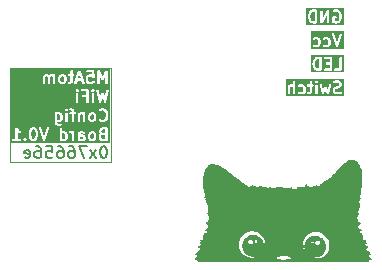
<source format=gbr>
G04 #@! TF.GenerationSoftware,KiCad,Pcbnew,7.0.8*
G04 #@! TF.CreationDate,2023-11-15T13:01:11+05:30*
G04 #@! TF.ProjectId,m5-atom-carrier-board,6d352d61-746f-46d2-9d63-617272696572,1*
G04 #@! TF.SameCoordinates,Original*
G04 #@! TF.FileFunction,Legend,Bot*
G04 #@! TF.FilePolarity,Positive*
%FSLAX46Y46*%
G04 Gerber Fmt 4.6, Leading zero omitted, Abs format (unit mm)*
G04 Created by KiCad (PCBNEW 7.0.8) date 2023-11-15 13:01:11*
%MOMM*%
%LPD*%
G01*
G04 APERTURE LIST*
%ADD10C,0.100000*%
%ADD11C,0.200000*%
%ADD12R,1.800000X1.800000*%
%ADD13C,1.800000*%
%ADD14R,1.524000X1.524000*%
%ADD15C,1.524000*%
G04 APERTURE END LIST*
D10*
X85700000Y-58425000D02*
X94200000Y-58425000D01*
X94200000Y-66375000D01*
X85700000Y-66375000D01*
X85700000Y-58425000D01*
D11*
G36*
X111462707Y-54431219D02*
G01*
X111340838Y-54431219D01*
X111235773Y-54396197D01*
X111168703Y-54329127D01*
X111133249Y-54258218D01*
X111091279Y-54090337D01*
X111091279Y-53972100D01*
X111133249Y-53804218D01*
X111168702Y-53733312D01*
X111235774Y-53666240D01*
X111340838Y-53631219D01*
X111462707Y-53631219D01*
X111462707Y-54431219D01*
G37*
G36*
X113900802Y-54774076D02*
G01*
X110748422Y-54774076D01*
X110748422Y-54102647D01*
X110891279Y-54102647D01*
X110895125Y-54114484D01*
X110894265Y-54126901D01*
X110941884Y-54317376D01*
X110947794Y-54326822D01*
X110949455Y-54337844D01*
X110997074Y-54433082D01*
X111008448Y-54444630D01*
X111015806Y-54459071D01*
X111111044Y-54554311D01*
X111131588Y-54564779D01*
X111150132Y-54578468D01*
X111292989Y-54626087D01*
X111309196Y-54626210D01*
X111324612Y-54631219D01*
X111562707Y-54631219D01*
X111577770Y-54626325D01*
X111593609Y-54626325D01*
X111606422Y-54617015D01*
X111621486Y-54612121D01*
X111630795Y-54599307D01*
X111643609Y-54589998D01*
X111648503Y-54574934D01*
X111657813Y-54562121D01*
X111657813Y-54546281D01*
X111662707Y-54531219D01*
X111938898Y-54531219D01*
X111940642Y-54536587D01*
X111939493Y-54542115D01*
X111950052Y-54565551D01*
X111957996Y-54589998D01*
X111962563Y-54593316D01*
X111964882Y-54598462D01*
X111987196Y-54611213D01*
X112007996Y-54626325D01*
X112013641Y-54626325D01*
X112018543Y-54629126D01*
X112044097Y-54626325D01*
X112069800Y-54626325D01*
X112074366Y-54623007D01*
X112079978Y-54622392D01*
X112099001Y-54605109D01*
X112119800Y-54589998D01*
X112121544Y-54584628D01*
X112125722Y-54580833D01*
X112510326Y-53907775D01*
X112510326Y-54531219D01*
X112529424Y-54589998D01*
X112579424Y-54626325D01*
X112641228Y-54626325D01*
X112691228Y-54589998D01*
X112710326Y-54531219D01*
X112710326Y-54435980D01*
X112938898Y-54435980D01*
X112941390Y-54443651D01*
X112940128Y-54451622D01*
X112950759Y-54472487D01*
X112957996Y-54494759D01*
X112964524Y-54499502D01*
X112968187Y-54506690D01*
X113015805Y-54554310D01*
X113036347Y-54564776D01*
X113054894Y-54578468D01*
X113197751Y-54626087D01*
X113213958Y-54626210D01*
X113229374Y-54631219D01*
X113324612Y-54631219D01*
X113340027Y-54626210D01*
X113356235Y-54626087D01*
X113499091Y-54578468D01*
X113517638Y-54564776D01*
X113538180Y-54554310D01*
X113633418Y-54459071D01*
X113640776Y-54444629D01*
X113652150Y-54433082D01*
X113699769Y-54337845D01*
X113701429Y-54326823D01*
X113707340Y-54317377D01*
X113754959Y-54126901D01*
X113754098Y-54114484D01*
X113757945Y-54102647D01*
X113757945Y-53959790D01*
X113754098Y-53947952D01*
X113754959Y-53935536D01*
X113707340Y-53745060D01*
X113701429Y-53735613D01*
X113699769Y-53724592D01*
X113652150Y-53629355D01*
X113640776Y-53617807D01*
X113633418Y-53603365D01*
X113538180Y-53508127D01*
X113517636Y-53497659D01*
X113499091Y-53483970D01*
X113356235Y-53436351D01*
X113340027Y-53436227D01*
X113324612Y-53431219D01*
X113181755Y-53431219D01*
X113159831Y-53438342D01*
X113137033Y-53441776D01*
X113041796Y-53489395D01*
X112997763Y-53532764D01*
X112987632Y-53593731D01*
X113015271Y-53649010D01*
X113070124Y-53677486D01*
X113131238Y-53668281D01*
X113205362Y-53631219D01*
X113308385Y-53631219D01*
X113413449Y-53666240D01*
X113480522Y-53733313D01*
X113515974Y-53804218D01*
X113557945Y-53972099D01*
X113557945Y-54090337D01*
X113515974Y-54258218D01*
X113480521Y-54329124D01*
X113413450Y-54396197D01*
X113308385Y-54431219D01*
X113245600Y-54431219D01*
X113140535Y-54396197D01*
X113138898Y-54394559D01*
X113138898Y-54202647D01*
X113229374Y-54202647D01*
X113288153Y-54183549D01*
X113324480Y-54133549D01*
X113324480Y-54071745D01*
X113288153Y-54021745D01*
X113229374Y-54002647D01*
X113038898Y-54002647D01*
X113023835Y-54007541D01*
X113007996Y-54007541D01*
X112995182Y-54016850D01*
X112980119Y-54021745D01*
X112970809Y-54034558D01*
X112957996Y-54043868D01*
X112953101Y-54058931D01*
X112943792Y-54071745D01*
X112943792Y-54087584D01*
X112938898Y-54102647D01*
X112938898Y-54435980D01*
X112710326Y-54435980D01*
X112710326Y-53531219D01*
X112708581Y-53525850D01*
X112709731Y-53520323D01*
X112699170Y-53496885D01*
X112691228Y-53472440D01*
X112686661Y-53469121D01*
X112684342Y-53463975D01*
X112662023Y-53451221D01*
X112641228Y-53436113D01*
X112635583Y-53436113D01*
X112630681Y-53433312D01*
X112605127Y-53436113D01*
X112579424Y-53436113D01*
X112574857Y-53439430D01*
X112569246Y-53440046D01*
X112550222Y-53457328D01*
X112529424Y-53472440D01*
X112527679Y-53477809D01*
X112523502Y-53481605D01*
X112138898Y-54154662D01*
X112138898Y-53531219D01*
X112119800Y-53472440D01*
X112069800Y-53436113D01*
X112007996Y-53436113D01*
X111957996Y-53472440D01*
X111938898Y-53531219D01*
X111938898Y-54531219D01*
X111662707Y-54531219D01*
X111662707Y-53531219D01*
X111657813Y-53516156D01*
X111657813Y-53500317D01*
X111648503Y-53487503D01*
X111643609Y-53472440D01*
X111630795Y-53463130D01*
X111621486Y-53450317D01*
X111606422Y-53445422D01*
X111593609Y-53436113D01*
X111577770Y-53436113D01*
X111562707Y-53431219D01*
X111324612Y-53431219D01*
X111309196Y-53436227D01*
X111292989Y-53436351D01*
X111150132Y-53483970D01*
X111131585Y-53497660D01*
X111111044Y-53508127D01*
X111015806Y-53603365D01*
X111008447Y-53617807D01*
X110997074Y-53629355D01*
X110949455Y-53724593D01*
X110947794Y-53735614D01*
X110941884Y-53745061D01*
X110894265Y-53935536D01*
X110895125Y-53947952D01*
X110891279Y-53959790D01*
X110891279Y-54102647D01*
X110748422Y-54102647D01*
X110748422Y-53288362D01*
X113900802Y-53288362D01*
X113900802Y-54774076D01*
G37*
G36*
X113901378Y-56774076D02*
G01*
X111135727Y-56774076D01*
X111135727Y-56468707D01*
X111278584Y-56468707D01*
X111288715Y-56529674D01*
X111332748Y-56573043D01*
X111427985Y-56620662D01*
X111450783Y-56624095D01*
X111472707Y-56631219D01*
X111663183Y-56631219D01*
X111685106Y-56624095D01*
X111707904Y-56620662D01*
X111803142Y-56573043D01*
X111814690Y-56561668D01*
X111829132Y-56554310D01*
X111876751Y-56506690D01*
X111884108Y-56492249D01*
X111895483Y-56480701D01*
X111901480Y-56468707D01*
X112135727Y-56468707D01*
X112145858Y-56529674D01*
X112189891Y-56573043D01*
X112285128Y-56620662D01*
X112307926Y-56624095D01*
X112329850Y-56631219D01*
X112520326Y-56631219D01*
X112542249Y-56624095D01*
X112565047Y-56620662D01*
X112660285Y-56573043D01*
X112671833Y-56561668D01*
X112686275Y-56554310D01*
X112733894Y-56506690D01*
X112741251Y-56492249D01*
X112752626Y-56480701D01*
X112800245Y-56385464D01*
X112803678Y-56362665D01*
X112810802Y-56340742D01*
X112810802Y-56055028D01*
X112803678Y-56033104D01*
X112800245Y-56010306D01*
X112752626Y-55915069D01*
X112741251Y-55903520D01*
X112733893Y-55889079D01*
X112686275Y-55841460D01*
X112671832Y-55834101D01*
X112660285Y-55822728D01*
X112565047Y-55775109D01*
X112542249Y-55771675D01*
X112520326Y-55764552D01*
X112329850Y-55764552D01*
X112307926Y-55771675D01*
X112285128Y-55775109D01*
X112189891Y-55822728D01*
X112145858Y-55866097D01*
X112135727Y-55927064D01*
X112163366Y-55982343D01*
X112218219Y-56010819D01*
X112279333Y-56001614D01*
X112353457Y-55964552D01*
X112496719Y-55964552D01*
X112556328Y-55994357D01*
X112580997Y-56019025D01*
X112610802Y-56078635D01*
X112610802Y-56317135D01*
X112580997Y-56376743D01*
X112556328Y-56401413D01*
X112496719Y-56431219D01*
X112353457Y-56431219D01*
X112279333Y-56394157D01*
X112218219Y-56384952D01*
X112163366Y-56413428D01*
X112135727Y-56468707D01*
X111901480Y-56468707D01*
X111943102Y-56385464D01*
X111946535Y-56362665D01*
X111953659Y-56340742D01*
X111953659Y-56055028D01*
X111946535Y-56033104D01*
X111943102Y-56010306D01*
X111895483Y-55915069D01*
X111884108Y-55903520D01*
X111876750Y-55889079D01*
X111829132Y-55841460D01*
X111814689Y-55834101D01*
X111803142Y-55822728D01*
X111707904Y-55775109D01*
X111685106Y-55771675D01*
X111663183Y-55764552D01*
X111472707Y-55764552D01*
X111450783Y-55771675D01*
X111427985Y-55775109D01*
X111332748Y-55822728D01*
X111288715Y-55866097D01*
X111278584Y-55927064D01*
X111306223Y-55982343D01*
X111361076Y-56010819D01*
X111422190Y-56001614D01*
X111496314Y-55964552D01*
X111639576Y-55964552D01*
X111699185Y-55994357D01*
X111723854Y-56019025D01*
X111753659Y-56078635D01*
X111753659Y-56317135D01*
X111723854Y-56376743D01*
X111699185Y-56401413D01*
X111639576Y-56431219D01*
X111496314Y-56431219D01*
X111422190Y-56394157D01*
X111361076Y-56384952D01*
X111306223Y-56413428D01*
X111278584Y-56468707D01*
X111135727Y-56468707D01*
X111135727Y-55501040D01*
X112901179Y-55501040D01*
X112901649Y-55562842D01*
X113234982Y-56562841D01*
X113252892Y-56587104D01*
X113270459Y-56611672D01*
X113271213Y-56611923D01*
X113271687Y-56612565D01*
X113300452Y-56621670D01*
X113329091Y-56631217D01*
X113329851Y-56630976D01*
X113330609Y-56631216D01*
X113359187Y-56621689D01*
X113388013Y-56612565D01*
X113388486Y-56611923D01*
X113389241Y-56611672D01*
X113406795Y-56587120D01*
X113424718Y-56562842D01*
X113758051Y-55562842D01*
X113758521Y-55501040D01*
X113722574Y-55450766D01*
X113663942Y-55431222D01*
X113605020Y-55449873D01*
X113568315Y-55499597D01*
X113329850Y-56214991D01*
X113091385Y-55499596D01*
X113054680Y-55449873D01*
X112995758Y-55431221D01*
X112937126Y-55450766D01*
X112901179Y-55501040D01*
X111135727Y-55501040D01*
X111135727Y-55288364D01*
X113901378Y-55288364D01*
X113901378Y-56774076D01*
G37*
G36*
X111846040Y-58431219D02*
G01*
X111724171Y-58431219D01*
X111619106Y-58396197D01*
X111552036Y-58329127D01*
X111516582Y-58258218D01*
X111474612Y-58090337D01*
X111474612Y-57972100D01*
X111516582Y-57804218D01*
X111552035Y-57733312D01*
X111619107Y-57666240D01*
X111724171Y-57631219D01*
X111846040Y-57631219D01*
X111846040Y-58431219D01*
G37*
G36*
X113903183Y-58774076D02*
G01*
X111131755Y-58774076D01*
X111131755Y-58102647D01*
X111274612Y-58102647D01*
X111278458Y-58114484D01*
X111277598Y-58126901D01*
X111325217Y-58317376D01*
X111331127Y-58326822D01*
X111332788Y-58337844D01*
X111380407Y-58433082D01*
X111391781Y-58444630D01*
X111399139Y-58459071D01*
X111494377Y-58554311D01*
X111514921Y-58564779D01*
X111533465Y-58578468D01*
X111676322Y-58626087D01*
X111692529Y-58626210D01*
X111707945Y-58631219D01*
X111946040Y-58631219D01*
X111961103Y-58626325D01*
X111976942Y-58626325D01*
X111989755Y-58617015D01*
X112004819Y-58612121D01*
X112014128Y-58599307D01*
X112026942Y-58589998D01*
X112031836Y-58574934D01*
X112041146Y-58562121D01*
X112279506Y-58562121D01*
X112315833Y-58612121D01*
X112374612Y-58631219D01*
X112850802Y-58631219D01*
X112865865Y-58626325D01*
X112881704Y-58626325D01*
X112894517Y-58617015D01*
X112909581Y-58612121D01*
X112918890Y-58599307D01*
X112931704Y-58589998D01*
X112936598Y-58574934D01*
X112945908Y-58562121D01*
X113089030Y-58562121D01*
X113125357Y-58612121D01*
X113184136Y-58631219D01*
X113660326Y-58631219D01*
X113675389Y-58626325D01*
X113691228Y-58626325D01*
X113704041Y-58617015D01*
X113719105Y-58612121D01*
X113728414Y-58599307D01*
X113741228Y-58589998D01*
X113746122Y-58574934D01*
X113755432Y-58562121D01*
X113755432Y-58546281D01*
X113760326Y-58531219D01*
X113760326Y-57531219D01*
X113741228Y-57472440D01*
X113691228Y-57436113D01*
X113629424Y-57436113D01*
X113579424Y-57472440D01*
X113560326Y-57531219D01*
X113560326Y-58431219D01*
X113184136Y-58431219D01*
X113125357Y-58450317D01*
X113089030Y-58500317D01*
X113089030Y-58562121D01*
X112945908Y-58562121D01*
X112945908Y-58546281D01*
X112950802Y-58531219D01*
X112950802Y-57531219D01*
X112945908Y-57516156D01*
X112945908Y-57500317D01*
X112936598Y-57487503D01*
X112931704Y-57472440D01*
X112918890Y-57463130D01*
X112909581Y-57450317D01*
X112894517Y-57445422D01*
X112881704Y-57436113D01*
X112865865Y-57436113D01*
X112850802Y-57431219D01*
X112374612Y-57431219D01*
X112315833Y-57450317D01*
X112279506Y-57500317D01*
X112279506Y-57562121D01*
X112315833Y-57612121D01*
X112374612Y-57631219D01*
X112750802Y-57631219D01*
X112750802Y-57907409D01*
X112517469Y-57907409D01*
X112458690Y-57926507D01*
X112422363Y-57976507D01*
X112422363Y-58038311D01*
X112458690Y-58088311D01*
X112517469Y-58107409D01*
X112750802Y-58107409D01*
X112750802Y-58431219D01*
X112374612Y-58431219D01*
X112315833Y-58450317D01*
X112279506Y-58500317D01*
X112279506Y-58562121D01*
X112041146Y-58562121D01*
X112041146Y-58546281D01*
X112046040Y-58531219D01*
X112046040Y-57531219D01*
X112041146Y-57516156D01*
X112041146Y-57500317D01*
X112031836Y-57487503D01*
X112026942Y-57472440D01*
X112014128Y-57463130D01*
X112004819Y-57450317D01*
X111989755Y-57445422D01*
X111976942Y-57436113D01*
X111961103Y-57436113D01*
X111946040Y-57431219D01*
X111707945Y-57431219D01*
X111692529Y-57436227D01*
X111676322Y-57436351D01*
X111533465Y-57483970D01*
X111514918Y-57497660D01*
X111494377Y-57508127D01*
X111399139Y-57603365D01*
X111391780Y-57617807D01*
X111380407Y-57629355D01*
X111332788Y-57724593D01*
X111331127Y-57735614D01*
X111325217Y-57745061D01*
X111277598Y-57935536D01*
X111278458Y-57947952D01*
X111274612Y-57959790D01*
X111274612Y-58102647D01*
X111131755Y-58102647D01*
X111131755Y-57288362D01*
X113903183Y-57288362D01*
X113903183Y-58774076D01*
G37*
G36*
X87723470Y-63622024D02*
G01*
X87748139Y-63646692D01*
X87783592Y-63717599D01*
X87825563Y-63885480D01*
X87825563Y-64098956D01*
X87783592Y-64266837D01*
X87748139Y-64337743D01*
X87723470Y-64362413D01*
X87663861Y-64392219D01*
X87615837Y-64392219D01*
X87556227Y-64362414D01*
X87531560Y-64337746D01*
X87496105Y-64266837D01*
X87454135Y-64098956D01*
X87454135Y-63885481D01*
X87496105Y-63717599D01*
X87531559Y-63646692D01*
X87556227Y-63622023D01*
X87615837Y-63592219D01*
X87663861Y-63592219D01*
X87723470Y-63622024D01*
G37*
G36*
X90294899Y-63955357D02*
G01*
X90319568Y-63980025D01*
X90349373Y-64039635D01*
X90349373Y-64278135D01*
X90319568Y-64337743D01*
X90294899Y-64362413D01*
X90235290Y-64392219D01*
X90092028Y-64392219D01*
X90073183Y-64382796D01*
X90073183Y-63934974D01*
X90092028Y-63925552D01*
X90235290Y-63925552D01*
X90294899Y-63955357D01*
G37*
G36*
X91851028Y-64233421D02*
G01*
X91873183Y-64277730D01*
X91873183Y-64325754D01*
X91851028Y-64370063D01*
X91806719Y-64392219D01*
X91615838Y-64392219D01*
X91596993Y-64382796D01*
X91596993Y-64211266D01*
X91806719Y-64211266D01*
X91851028Y-64233421D01*
G37*
G36*
X92723471Y-63955357D02*
G01*
X92748140Y-63980025D01*
X92777945Y-64039635D01*
X92777945Y-64278135D01*
X92748140Y-64337743D01*
X92723471Y-64362413D01*
X92663862Y-64392219D01*
X92568219Y-64392219D01*
X92508609Y-64362414D01*
X92483942Y-64337746D01*
X92454136Y-64278134D01*
X92454136Y-64039635D01*
X92483941Y-63980025D01*
X92508609Y-63955356D01*
X92568219Y-63925552D01*
X92663862Y-63925552D01*
X92723471Y-63955357D01*
G37*
G36*
X93730326Y-64392219D02*
G01*
X93472981Y-64392219D01*
X93413371Y-64362414D01*
X93388704Y-64337746D01*
X93358898Y-64278134D01*
X93358898Y-64182492D01*
X93388703Y-64122882D01*
X93408154Y-64103430D01*
X93513219Y-64068409D01*
X93730326Y-64068409D01*
X93730326Y-64392219D01*
G37*
G36*
X93730326Y-63868409D02*
G01*
X93520600Y-63868409D01*
X93460990Y-63838604D01*
X93436322Y-63813935D01*
X93406517Y-63754325D01*
X93406517Y-63706302D01*
X93436322Y-63646692D01*
X93460990Y-63622023D01*
X93520600Y-63592219D01*
X93730326Y-63592219D01*
X93730326Y-63868409D01*
G37*
G36*
X89866328Y-62345357D02*
G01*
X89890997Y-62370025D01*
X89920802Y-62429635D01*
X89920802Y-62668135D01*
X89890997Y-62727743D01*
X89866328Y-62752413D01*
X89806719Y-62782219D01*
X89663457Y-62782219D01*
X89644612Y-62772796D01*
X89644612Y-62324974D01*
X89663457Y-62315552D01*
X89806719Y-62315552D01*
X89866328Y-62345357D01*
G37*
G36*
X92723471Y-62345357D02*
G01*
X92748140Y-62370025D01*
X92777945Y-62429635D01*
X92777945Y-62668135D01*
X92748140Y-62727743D01*
X92723471Y-62752413D01*
X92663862Y-62782219D01*
X92568219Y-62782219D01*
X92508609Y-62752414D01*
X92483942Y-62727746D01*
X92454136Y-62668134D01*
X92454136Y-62429635D01*
X92483941Y-62370025D01*
X92508609Y-62345356D01*
X92568219Y-62315552D01*
X92663862Y-62315552D01*
X92723471Y-62345357D01*
G37*
G36*
X90199661Y-59125357D02*
G01*
X90224330Y-59150025D01*
X90254135Y-59209635D01*
X90254135Y-59448135D01*
X90224330Y-59507743D01*
X90199661Y-59532413D01*
X90140052Y-59562219D01*
X90044409Y-59562219D01*
X89984799Y-59532414D01*
X89960132Y-59507746D01*
X89930326Y-59448134D01*
X89930326Y-59209635D01*
X89960131Y-59150025D01*
X89984799Y-59125356D01*
X90044409Y-59095552D01*
X90140052Y-59095552D01*
X90199661Y-59125357D01*
G37*
G36*
X91643965Y-59276504D02*
G01*
X91445260Y-59276504D01*
X91544612Y-58978446D01*
X91643965Y-59276504D01*
G37*
G36*
X94165702Y-64735076D02*
G01*
X85687601Y-64735076D01*
X85687601Y-64523121D01*
X85830458Y-64523121D01*
X85866785Y-64573121D01*
X85925564Y-64592219D01*
X86496992Y-64592219D01*
X86555771Y-64573121D01*
X86592098Y-64523121D01*
X86592098Y-64461317D01*
X86568588Y-64428958D01*
X86779174Y-64428958D01*
X86781652Y-64444602D01*
X86779175Y-64460243D01*
X86786364Y-64474353D01*
X86788843Y-64490000D01*
X86800043Y-64501199D01*
X86807233Y-64515311D01*
X86854852Y-64562929D01*
X86868963Y-64570119D01*
X86880164Y-64581320D01*
X86888133Y-64582582D01*
X86894661Y-64587325D01*
X86902730Y-64587325D01*
X86909919Y-64590988D01*
X86925562Y-64588510D01*
X86941206Y-64590988D01*
X86948395Y-64587325D01*
X86956465Y-64587325D01*
X86962993Y-64582582D01*
X86970962Y-64581320D01*
X86982161Y-64570120D01*
X86996274Y-64562930D01*
X87043892Y-64515311D01*
X87051081Y-64501200D01*
X87062283Y-64490000D01*
X87064760Y-64474354D01*
X87071951Y-64460244D01*
X87069473Y-64444600D01*
X87071951Y-64428958D01*
X87064760Y-64414846D01*
X87062283Y-64399201D01*
X87051082Y-64388000D01*
X87043893Y-64373890D01*
X86996274Y-64326270D01*
X86982161Y-64319079D01*
X86970961Y-64307879D01*
X86962993Y-64306617D01*
X86956465Y-64301874D01*
X86948396Y-64301874D01*
X86941207Y-64298211D01*
X86925562Y-64300688D01*
X86909919Y-64298211D01*
X86902730Y-64301874D01*
X86894661Y-64301874D01*
X86888134Y-64306615D01*
X86880165Y-64307878D01*
X86868963Y-64319079D01*
X86854851Y-64326270D01*
X86807233Y-64373890D01*
X86800042Y-64388001D01*
X86788843Y-64399201D01*
X86786365Y-64414844D01*
X86779174Y-64428958D01*
X86568588Y-64428958D01*
X86555771Y-64411317D01*
X86496992Y-64392219D01*
X86311278Y-64392219D01*
X86311278Y-64111266D01*
X87254135Y-64111266D01*
X87257981Y-64123103D01*
X87257121Y-64135520D01*
X87304740Y-64325995D01*
X87310650Y-64335441D01*
X87312311Y-64346463D01*
X87359930Y-64441701D01*
X87371303Y-64453248D01*
X87378662Y-64467690D01*
X87426280Y-64515310D01*
X87440723Y-64522669D01*
X87452271Y-64534043D01*
X87547508Y-64581662D01*
X87570306Y-64585095D01*
X87592230Y-64592219D01*
X87687468Y-64592219D01*
X87709391Y-64585095D01*
X87732189Y-64581662D01*
X87827427Y-64534043D01*
X87838975Y-64522668D01*
X87853417Y-64515310D01*
X87901036Y-64467690D01*
X87908393Y-64453249D01*
X87919768Y-64441701D01*
X87967387Y-64346464D01*
X87969047Y-64335442D01*
X87974958Y-64325996D01*
X88022577Y-64135520D01*
X88021716Y-64123103D01*
X88025563Y-64111266D01*
X88025563Y-63873171D01*
X88021716Y-63861333D01*
X88022577Y-63848917D01*
X87974958Y-63658441D01*
X87969047Y-63648994D01*
X87967387Y-63637973D01*
X87919768Y-63542736D01*
X87908393Y-63531187D01*
X87901035Y-63516746D01*
X87853417Y-63469127D01*
X87839508Y-63462040D01*
X88115940Y-63462040D01*
X88116410Y-63523842D01*
X88449743Y-64523841D01*
X88467653Y-64548104D01*
X88485220Y-64572672D01*
X88485974Y-64572923D01*
X88486448Y-64573565D01*
X88515213Y-64582670D01*
X88543852Y-64592217D01*
X88544612Y-64591976D01*
X88545370Y-64592216D01*
X88573948Y-64582689D01*
X88602774Y-64573565D01*
X88603247Y-64572923D01*
X88604002Y-64572672D01*
X88621556Y-64548120D01*
X88639479Y-64523842D01*
X88650020Y-64492219D01*
X89873183Y-64492219D01*
X89892281Y-64550998D01*
X89942281Y-64587325D01*
X90004085Y-64587325D01*
X90016697Y-64578161D01*
X90023699Y-64581662D01*
X90046497Y-64585095D01*
X90068421Y-64592219D01*
X90258897Y-64592219D01*
X90280820Y-64585095D01*
X90303618Y-64581662D01*
X90398856Y-64534043D01*
X90410404Y-64522668D01*
X90424846Y-64515310D01*
X90472465Y-64467690D01*
X90479822Y-64453249D01*
X90491197Y-64441701D01*
X90538816Y-64346464D01*
X90542249Y-64323665D01*
X90549373Y-64301742D01*
X90549373Y-64016028D01*
X90542249Y-63994104D01*
X90538816Y-63971306D01*
X90491197Y-63876069D01*
X90479822Y-63864520D01*
X90475712Y-63856454D01*
X90639982Y-63856454D01*
X90676309Y-63906454D01*
X90735088Y-63925552D01*
X90806719Y-63925552D01*
X90866328Y-63955357D01*
X90890997Y-63980025D01*
X90920802Y-64039635D01*
X90920802Y-64492219D01*
X90939900Y-64550998D01*
X90989900Y-64587325D01*
X91051704Y-64587325D01*
X91101704Y-64550998D01*
X91120802Y-64492219D01*
X91396993Y-64492219D01*
X91416091Y-64550998D01*
X91466091Y-64587325D01*
X91527895Y-64587325D01*
X91540507Y-64578161D01*
X91547509Y-64581662D01*
X91570307Y-64585095D01*
X91592231Y-64592219D01*
X91830326Y-64592219D01*
X91852249Y-64585095D01*
X91875047Y-64581662D01*
X91970285Y-64534043D01*
X91970851Y-64533484D01*
X91971639Y-64533354D01*
X91992832Y-64511835D01*
X92014318Y-64490674D01*
X92014448Y-64489887D01*
X92015007Y-64489321D01*
X92062626Y-64394082D01*
X92066059Y-64371284D01*
X92073183Y-64349361D01*
X92073183Y-64301742D01*
X92254136Y-64301742D01*
X92261259Y-64323665D01*
X92264693Y-64346463D01*
X92312312Y-64441701D01*
X92323685Y-64453248D01*
X92331044Y-64467690D01*
X92378662Y-64515310D01*
X92393105Y-64522669D01*
X92404653Y-64534043D01*
X92499890Y-64581662D01*
X92522688Y-64585095D01*
X92544612Y-64592219D01*
X92687469Y-64592219D01*
X92709392Y-64585095D01*
X92732190Y-64581662D01*
X92827428Y-64534043D01*
X92838976Y-64522668D01*
X92853418Y-64515310D01*
X92901037Y-64467690D01*
X92908394Y-64453249D01*
X92919769Y-64441701D01*
X92967388Y-64346464D01*
X92970821Y-64323665D01*
X92977945Y-64301742D01*
X93158898Y-64301742D01*
X93166021Y-64323665D01*
X93169455Y-64346463D01*
X93217074Y-64441701D01*
X93228447Y-64453248D01*
X93235806Y-64467690D01*
X93283424Y-64515310D01*
X93297867Y-64522669D01*
X93309415Y-64534043D01*
X93404652Y-64581662D01*
X93427450Y-64585095D01*
X93449374Y-64592219D01*
X93830326Y-64592219D01*
X93845389Y-64587325D01*
X93861228Y-64587325D01*
X93874041Y-64578015D01*
X93889105Y-64573121D01*
X93898414Y-64560307D01*
X93911228Y-64550998D01*
X93916122Y-64535934D01*
X93925432Y-64523121D01*
X93925432Y-64507281D01*
X93930326Y-64492219D01*
X93930326Y-63492219D01*
X93925432Y-63477156D01*
X93925432Y-63461317D01*
X93916122Y-63448503D01*
X93911228Y-63433440D01*
X93898414Y-63424130D01*
X93889105Y-63411317D01*
X93874041Y-63406422D01*
X93861228Y-63397113D01*
X93845389Y-63397113D01*
X93830326Y-63392219D01*
X93496993Y-63392219D01*
X93475069Y-63399342D01*
X93452271Y-63402776D01*
X93357034Y-63450395D01*
X93345485Y-63461769D01*
X93331044Y-63469128D01*
X93283425Y-63516746D01*
X93276066Y-63531188D01*
X93264693Y-63542736D01*
X93217074Y-63637974D01*
X93213640Y-63660771D01*
X93206517Y-63682695D01*
X93206517Y-63777933D01*
X93213640Y-63799856D01*
X93217074Y-63822654D01*
X93264693Y-63917892D01*
X93276066Y-63929439D01*
X93283425Y-63943882D01*
X93284376Y-63944833D01*
X93283425Y-63945318D01*
X93235806Y-63992936D01*
X93228447Y-64007378D01*
X93217074Y-64018926D01*
X93169455Y-64114164D01*
X93166021Y-64136961D01*
X93158898Y-64158885D01*
X93158898Y-64301742D01*
X92977945Y-64301742D01*
X92977945Y-64016028D01*
X92970821Y-63994104D01*
X92967388Y-63971306D01*
X92919769Y-63876069D01*
X92908394Y-63864520D01*
X92901036Y-63850079D01*
X92853418Y-63802460D01*
X92838975Y-63795101D01*
X92827428Y-63783728D01*
X92732190Y-63736109D01*
X92709392Y-63732675D01*
X92687469Y-63725552D01*
X92544612Y-63725552D01*
X92522688Y-63732675D01*
X92499890Y-63736109D01*
X92404653Y-63783728D01*
X92393104Y-63795102D01*
X92378663Y-63802461D01*
X92331044Y-63850079D01*
X92323685Y-63864521D01*
X92312312Y-63876069D01*
X92264693Y-63971307D01*
X92261259Y-63994104D01*
X92254136Y-64016028D01*
X92254136Y-64301742D01*
X92073183Y-64301742D01*
X92073183Y-64254123D01*
X92066059Y-64232199D01*
X92062626Y-64209401D01*
X92015007Y-64114164D01*
X92014448Y-64113597D01*
X92014318Y-64112811D01*
X91992815Y-64091633D01*
X91971638Y-64070131D01*
X91970851Y-64070000D01*
X91970285Y-64069442D01*
X91875047Y-64021823D01*
X91852249Y-64018389D01*
X91830326Y-64011266D01*
X91615838Y-64011266D01*
X91596993Y-64001843D01*
X91596993Y-63992016D01*
X91619148Y-63947706D01*
X91663457Y-63925552D01*
X91806719Y-63925552D01*
X91880842Y-63962614D01*
X91941957Y-63971819D01*
X91996809Y-63943343D01*
X92024449Y-63888064D01*
X92014318Y-63827097D01*
X91970285Y-63783728D01*
X91875047Y-63736109D01*
X91852249Y-63732675D01*
X91830326Y-63725552D01*
X91639850Y-63725552D01*
X91617926Y-63732675D01*
X91595128Y-63736109D01*
X91499891Y-63783728D01*
X91499324Y-63784286D01*
X91498538Y-63784417D01*
X91477360Y-63805919D01*
X91455858Y-63827097D01*
X91455727Y-63827883D01*
X91455169Y-63828450D01*
X91407550Y-63923688D01*
X91404116Y-63946485D01*
X91396993Y-63968409D01*
X91396993Y-64492219D01*
X91120802Y-64492219D01*
X91120802Y-63825552D01*
X91101704Y-63766773D01*
X91051704Y-63730446D01*
X90989900Y-63730446D01*
X90939900Y-63766773D01*
X90939407Y-63768289D01*
X90875047Y-63736109D01*
X90852249Y-63732675D01*
X90830326Y-63725552D01*
X90735088Y-63725552D01*
X90676309Y-63744650D01*
X90639982Y-63794650D01*
X90639982Y-63856454D01*
X90475712Y-63856454D01*
X90472464Y-63850079D01*
X90424846Y-63802460D01*
X90410403Y-63795101D01*
X90398856Y-63783728D01*
X90303618Y-63736109D01*
X90280820Y-63732675D01*
X90258897Y-63725552D01*
X90073183Y-63725552D01*
X90073183Y-63492219D01*
X90054085Y-63433440D01*
X90004085Y-63397113D01*
X89942281Y-63397113D01*
X89892281Y-63433440D01*
X89873183Y-63492219D01*
X89873183Y-64492219D01*
X88650020Y-64492219D01*
X88972812Y-63523842D01*
X88973282Y-63462040D01*
X88937335Y-63411766D01*
X88878703Y-63392222D01*
X88819781Y-63410873D01*
X88783076Y-63460597D01*
X88544611Y-64175991D01*
X88306146Y-63460596D01*
X88269441Y-63410873D01*
X88210519Y-63392221D01*
X88151887Y-63411766D01*
X88115940Y-63462040D01*
X87839508Y-63462040D01*
X87838974Y-63461768D01*
X87827427Y-63450395D01*
X87732189Y-63402776D01*
X87709391Y-63399342D01*
X87687468Y-63392219D01*
X87592230Y-63392219D01*
X87570306Y-63399342D01*
X87547508Y-63402776D01*
X87452271Y-63450395D01*
X87440722Y-63461769D01*
X87426281Y-63469128D01*
X87378662Y-63516746D01*
X87371303Y-63531188D01*
X87359930Y-63542736D01*
X87312311Y-63637974D01*
X87310650Y-63648995D01*
X87304740Y-63658442D01*
X87257121Y-63848917D01*
X87257981Y-63861333D01*
X87254135Y-63873171D01*
X87254135Y-64111266D01*
X86311278Y-64111266D01*
X86311278Y-63781260D01*
X86331043Y-63801025D01*
X86345485Y-63808383D01*
X86357033Y-63819757D01*
X86452270Y-63867376D01*
X86513385Y-63876581D01*
X86568237Y-63848105D01*
X86595877Y-63792826D01*
X86585746Y-63731859D01*
X86541713Y-63688490D01*
X86460991Y-63648129D01*
X86384227Y-63571365D01*
X86294483Y-63436749D01*
X86292831Y-63435443D01*
X86292180Y-63433440D01*
X86268722Y-63416397D01*
X86245988Y-63398436D01*
X86243884Y-63398351D01*
X86242180Y-63397113D01*
X86213190Y-63397113D01*
X86184235Y-63395945D01*
X86182483Y-63397113D01*
X86180376Y-63397113D01*
X86156921Y-63414153D01*
X86132811Y-63430227D01*
X86132080Y-63432201D01*
X86130376Y-63433440D01*
X86121420Y-63461003D01*
X86111359Y-63488188D01*
X86111928Y-63490216D01*
X86111278Y-63492219D01*
X86111278Y-64392219D01*
X85925564Y-64392219D01*
X85866785Y-64411317D01*
X85830458Y-64461317D01*
X85830458Y-64523121D01*
X85687601Y-64523121D01*
X85687601Y-63025076D01*
X89444612Y-63025076D01*
X89451735Y-63046999D01*
X89455169Y-63069797D01*
X89502788Y-63165035D01*
X89514161Y-63176582D01*
X89521520Y-63191025D01*
X89569139Y-63238643D01*
X89583580Y-63246001D01*
X89595129Y-63257376D01*
X89690366Y-63304995D01*
X89713164Y-63308428D01*
X89735088Y-63315552D01*
X89877945Y-63315552D01*
X89899868Y-63308428D01*
X89922666Y-63304995D01*
X90017904Y-63257376D01*
X90061937Y-63214007D01*
X90072068Y-63153040D01*
X90044428Y-63097761D01*
X89989576Y-63069285D01*
X89928461Y-63078490D01*
X89854338Y-63115552D01*
X89758695Y-63115552D01*
X89699085Y-63085747D01*
X89674417Y-63061078D01*
X89644612Y-63001468D01*
X89644612Y-62982219D01*
X89830326Y-62982219D01*
X89852249Y-62975095D01*
X89875047Y-62971662D01*
X89970285Y-62924043D01*
X89981833Y-62912668D01*
X89996275Y-62905310D01*
X90019366Y-62882219D01*
X90349373Y-62882219D01*
X90368471Y-62940998D01*
X90418471Y-62977325D01*
X90480275Y-62977325D01*
X90530275Y-62940998D01*
X90549373Y-62882219D01*
X90549373Y-62246454D01*
X90687601Y-62246454D01*
X90723928Y-62296454D01*
X90782707Y-62315552D01*
X90920802Y-62315552D01*
X90920802Y-62882219D01*
X90939900Y-62940998D01*
X90989900Y-62977325D01*
X91051704Y-62977325D01*
X91101704Y-62940998D01*
X91120802Y-62882219D01*
X91396993Y-62882219D01*
X91416091Y-62940998D01*
X91466091Y-62977325D01*
X91527895Y-62977325D01*
X91577895Y-62940998D01*
X91596993Y-62882219D01*
X91596993Y-62382016D01*
X91619148Y-62337706D01*
X91663457Y-62315552D01*
X91759100Y-62315552D01*
X91818709Y-62345357D01*
X91825564Y-62352211D01*
X91825564Y-62882219D01*
X91844662Y-62940998D01*
X91894662Y-62977325D01*
X91956466Y-62977325D01*
X92006466Y-62940998D01*
X92025564Y-62882219D01*
X92025564Y-62691742D01*
X92254136Y-62691742D01*
X92261259Y-62713665D01*
X92264693Y-62736463D01*
X92312312Y-62831701D01*
X92323685Y-62843248D01*
X92331044Y-62857690D01*
X92378662Y-62905310D01*
X92393105Y-62912669D01*
X92404653Y-62924043D01*
X92499890Y-62971662D01*
X92522688Y-62975095D01*
X92544612Y-62982219D01*
X92687469Y-62982219D01*
X92709392Y-62975095D01*
X92732190Y-62971662D01*
X92827428Y-62924043D01*
X92838976Y-62912668D01*
X92853418Y-62905310D01*
X92901037Y-62857690D01*
X92908394Y-62843249D01*
X92919769Y-62831701D01*
X92934309Y-62802622D01*
X93160128Y-62802622D01*
X93188187Y-62857690D01*
X93235805Y-62905310D01*
X93256347Y-62915776D01*
X93274894Y-62929468D01*
X93417751Y-62977087D01*
X93433958Y-62977210D01*
X93449374Y-62982219D01*
X93544612Y-62982219D01*
X93560027Y-62977210D01*
X93576235Y-62977087D01*
X93719091Y-62929468D01*
X93737638Y-62915776D01*
X93758180Y-62905310D01*
X93853418Y-62810071D01*
X93860776Y-62795629D01*
X93872150Y-62784082D01*
X93919769Y-62688845D01*
X93921429Y-62677823D01*
X93927340Y-62668377D01*
X93974959Y-62477901D01*
X93974098Y-62465484D01*
X93977945Y-62453647D01*
X93977945Y-62310790D01*
X93974098Y-62298952D01*
X93974959Y-62286536D01*
X93927340Y-62096060D01*
X93921429Y-62086613D01*
X93919769Y-62075592D01*
X93872150Y-61980355D01*
X93860776Y-61968807D01*
X93853418Y-61954365D01*
X93758180Y-61859127D01*
X93737636Y-61848659D01*
X93719091Y-61834970D01*
X93576235Y-61787351D01*
X93560027Y-61787227D01*
X93544612Y-61782219D01*
X93449374Y-61782219D01*
X93433958Y-61787227D01*
X93417751Y-61787351D01*
X93274894Y-61834970D01*
X93256345Y-61848662D01*
X93235806Y-61859128D01*
X93188187Y-61906746D01*
X93160129Y-61961814D01*
X93169797Y-62022856D01*
X93213499Y-62066558D01*
X93274541Y-62076226D01*
X93329609Y-62048168D01*
X93360535Y-62017240D01*
X93465600Y-61982219D01*
X93528385Y-61982219D01*
X93633449Y-62017240D01*
X93700522Y-62084313D01*
X93735974Y-62155218D01*
X93777945Y-62323099D01*
X93777945Y-62441337D01*
X93735974Y-62609218D01*
X93700521Y-62680124D01*
X93633450Y-62747197D01*
X93528385Y-62782219D01*
X93465600Y-62782219D01*
X93360535Y-62747197D01*
X93329609Y-62716270D01*
X93274542Y-62688211D01*
X93213500Y-62697878D01*
X93169797Y-62741580D01*
X93160128Y-62802622D01*
X92934309Y-62802622D01*
X92967388Y-62736464D01*
X92970821Y-62713665D01*
X92977945Y-62691742D01*
X92977945Y-62406028D01*
X92970821Y-62384104D01*
X92967388Y-62361306D01*
X92919769Y-62266069D01*
X92908394Y-62254520D01*
X92901036Y-62240079D01*
X92853418Y-62192460D01*
X92838975Y-62185101D01*
X92827428Y-62173728D01*
X92732190Y-62126109D01*
X92709392Y-62122675D01*
X92687469Y-62115552D01*
X92544612Y-62115552D01*
X92522688Y-62122675D01*
X92499890Y-62126109D01*
X92404653Y-62173728D01*
X92393104Y-62185102D01*
X92378663Y-62192461D01*
X92331044Y-62240079D01*
X92323685Y-62254521D01*
X92312312Y-62266069D01*
X92264693Y-62361307D01*
X92261259Y-62384104D01*
X92254136Y-62406028D01*
X92254136Y-62691742D01*
X92025564Y-62691742D01*
X92025564Y-62215552D01*
X92006466Y-62156773D01*
X91956466Y-62120446D01*
X91894662Y-62120446D01*
X91862636Y-62143713D01*
X91827428Y-62126109D01*
X91804630Y-62122675D01*
X91782707Y-62115552D01*
X91639850Y-62115552D01*
X91617926Y-62122675D01*
X91595128Y-62126109D01*
X91499891Y-62173728D01*
X91499324Y-62174286D01*
X91498538Y-62174417D01*
X91477360Y-62195919D01*
X91455858Y-62217097D01*
X91455727Y-62217883D01*
X91455169Y-62218450D01*
X91407550Y-62313688D01*
X91404116Y-62336485D01*
X91396993Y-62358409D01*
X91396993Y-62882219D01*
X91120802Y-62882219D01*
X91120802Y-62315552D01*
X91163659Y-62315552D01*
X91222438Y-62296454D01*
X91258765Y-62246454D01*
X91258765Y-62184650D01*
X91222438Y-62134650D01*
X91163659Y-62115552D01*
X91120802Y-62115552D01*
X91120802Y-62025076D01*
X91113678Y-62003152D01*
X91110245Y-61980354D01*
X91062626Y-61885117D01*
X91062067Y-61884550D01*
X91061937Y-61883764D01*
X91040434Y-61862586D01*
X91019257Y-61841084D01*
X91018470Y-61840953D01*
X91017904Y-61840395D01*
X90922666Y-61792776D01*
X90899868Y-61789342D01*
X90877945Y-61782219D01*
X90782707Y-61782219D01*
X90723928Y-61801317D01*
X90687601Y-61851317D01*
X90687601Y-61913121D01*
X90723928Y-61963121D01*
X90782707Y-61982219D01*
X90854338Y-61982219D01*
X90898647Y-62004374D01*
X90920802Y-62048683D01*
X90920802Y-62115552D01*
X90782707Y-62115552D01*
X90723928Y-62134650D01*
X90687601Y-62184650D01*
X90687601Y-62246454D01*
X90549373Y-62246454D01*
X90549373Y-62215552D01*
X90530275Y-62156773D01*
X90480275Y-62120446D01*
X90418471Y-62120446D01*
X90368471Y-62156773D01*
X90349373Y-62215552D01*
X90349373Y-62882219D01*
X90019366Y-62882219D01*
X90043894Y-62857690D01*
X90051251Y-62843249D01*
X90062626Y-62831701D01*
X90110245Y-62736464D01*
X90113678Y-62713665D01*
X90120802Y-62691742D01*
X90120802Y-62406028D01*
X90113678Y-62384104D01*
X90110245Y-62361306D01*
X90062626Y-62266069D01*
X90051251Y-62254520D01*
X90043893Y-62240079D01*
X89996275Y-62192460D01*
X89981832Y-62185101D01*
X89970285Y-62173728D01*
X89875047Y-62126109D01*
X89852249Y-62122675D01*
X89830326Y-62115552D01*
X89639850Y-62115552D01*
X89617926Y-62122675D01*
X89595128Y-62126109D01*
X89588126Y-62129609D01*
X89575514Y-62120446D01*
X89513710Y-62120446D01*
X89463710Y-62156773D01*
X89444612Y-62215552D01*
X89444612Y-63025076D01*
X85687601Y-63025076D01*
X85687601Y-61945481D01*
X90302985Y-61945481D01*
X90310175Y-61959592D01*
X90312653Y-61975237D01*
X90323852Y-61986436D01*
X90331043Y-62000549D01*
X90378662Y-62048167D01*
X90392773Y-62055357D01*
X90403974Y-62066558D01*
X90411943Y-62067820D01*
X90418471Y-62072563D01*
X90426540Y-62072563D01*
X90433729Y-62076226D01*
X90449372Y-62073748D01*
X90465016Y-62076226D01*
X90472205Y-62072563D01*
X90480275Y-62072563D01*
X90486803Y-62067820D01*
X90494772Y-62066558D01*
X90505971Y-62055358D01*
X90520084Y-62048168D01*
X90567702Y-62000549D01*
X90574892Y-61986437D01*
X90586093Y-61975237D01*
X90588570Y-61959593D01*
X90595761Y-61945482D01*
X90593283Y-61929838D01*
X90595761Y-61914194D01*
X90588570Y-61900082D01*
X90586093Y-61884439D01*
X90574892Y-61873238D01*
X90567702Y-61859127D01*
X90520084Y-61811508D01*
X90505971Y-61804317D01*
X90494772Y-61793118D01*
X90486803Y-61791855D01*
X90480275Y-61787113D01*
X90472205Y-61787113D01*
X90465016Y-61783450D01*
X90449372Y-61785927D01*
X90433729Y-61783450D01*
X90426540Y-61787113D01*
X90418471Y-61787113D01*
X90411943Y-61791855D01*
X90403974Y-61793118D01*
X90392773Y-61804318D01*
X90378662Y-61811509D01*
X90331043Y-61859127D01*
X90323852Y-61873239D01*
X90312653Y-61884439D01*
X90310175Y-61900083D01*
X90302985Y-61914195D01*
X90305462Y-61929838D01*
X90302985Y-61945481D01*
X85687601Y-61945481D01*
X85687601Y-61272219D01*
X91254136Y-61272219D01*
X91273234Y-61330998D01*
X91323234Y-61367325D01*
X91385038Y-61367325D01*
X91435038Y-61330998D01*
X91454136Y-61272219D01*
X91454136Y-60605552D01*
X91435038Y-60546773D01*
X91385038Y-60510446D01*
X91323234Y-60510446D01*
X91273234Y-60546773D01*
X91254136Y-60605552D01*
X91254136Y-61272219D01*
X85687601Y-61272219D01*
X85687601Y-60335481D01*
X91207748Y-60335481D01*
X91214938Y-60349592D01*
X91217416Y-60365237D01*
X91228615Y-60376436D01*
X91235806Y-60390549D01*
X91283425Y-60438167D01*
X91297536Y-60445357D01*
X91308737Y-60456558D01*
X91316706Y-60457820D01*
X91323234Y-60462563D01*
X91331303Y-60462563D01*
X91338492Y-60466226D01*
X91354135Y-60463748D01*
X91369779Y-60466226D01*
X91376968Y-60462563D01*
X91385038Y-60462563D01*
X91391566Y-60457820D01*
X91399535Y-60456558D01*
X91410734Y-60445358D01*
X91424847Y-60438168D01*
X91472465Y-60390549D01*
X91479655Y-60376437D01*
X91490856Y-60365237D01*
X91493333Y-60349593D01*
X91500524Y-60335482D01*
X91498046Y-60319838D01*
X91500524Y-60304194D01*
X91499977Y-60303121D01*
X91639983Y-60303121D01*
X91676310Y-60353121D01*
X91735089Y-60372219D01*
X92111279Y-60372219D01*
X92111279Y-60648409D01*
X91877946Y-60648409D01*
X91819167Y-60667507D01*
X91782840Y-60717507D01*
X91782840Y-60779311D01*
X91819167Y-60829311D01*
X91877946Y-60848409D01*
X92111279Y-60848409D01*
X92111279Y-61272219D01*
X92130377Y-61330998D01*
X92180377Y-61367325D01*
X92242181Y-61367325D01*
X92292181Y-61330998D01*
X92311279Y-61272219D01*
X92587469Y-61272219D01*
X92606567Y-61330998D01*
X92656567Y-61367325D01*
X92718371Y-61367325D01*
X92768371Y-61330998D01*
X92787469Y-61272219D01*
X92787469Y-60605552D01*
X92768371Y-60546773D01*
X92718371Y-60510446D01*
X92656567Y-60510446D01*
X92606567Y-60546773D01*
X92587469Y-60605552D01*
X92587469Y-61272219D01*
X92311279Y-61272219D01*
X92311279Y-60335481D01*
X92541081Y-60335481D01*
X92548271Y-60349592D01*
X92550749Y-60365237D01*
X92561948Y-60376436D01*
X92569139Y-60390549D01*
X92616758Y-60438167D01*
X92630869Y-60445357D01*
X92642070Y-60456558D01*
X92650039Y-60457820D01*
X92656567Y-60462563D01*
X92664636Y-60462563D01*
X92671825Y-60466226D01*
X92687468Y-60463748D01*
X92703112Y-60466226D01*
X92710301Y-60462563D01*
X92718371Y-60462563D01*
X92724899Y-60457820D01*
X92732868Y-60456558D01*
X92744067Y-60445358D01*
X92758180Y-60438168D01*
X92805798Y-60390549D01*
X92812988Y-60376437D01*
X92824189Y-60365237D01*
X92826666Y-60349593D01*
X92833857Y-60335482D01*
X92831379Y-60319838D01*
X92833857Y-60304194D01*
X92829366Y-60295381D01*
X92971141Y-60295381D01*
X93209236Y-61295381D01*
X93212832Y-61301274D01*
X93213202Y-61308168D01*
X93228654Y-61327204D01*
X93241429Y-61348138D01*
X93247802Y-61350792D01*
X93252153Y-61356151D01*
X93275845Y-61362469D01*
X93298484Y-61371896D01*
X93305199Y-61370297D01*
X93311870Y-61372076D01*
X93334754Y-61363260D01*
X93358607Y-61357581D01*
X93363099Y-61352340D01*
X93369542Y-61349859D01*
X93382873Y-61329276D01*
X93398833Y-61310661D01*
X93399387Y-61303779D01*
X93403141Y-61297985D01*
X93496993Y-60946038D01*
X93590846Y-61297986D01*
X93594598Y-61303779D01*
X93595153Y-61310661D01*
X93611113Y-61329277D01*
X93624444Y-61349859D01*
X93630886Y-61352340D01*
X93635379Y-61357581D01*
X93659231Y-61363260D01*
X93682116Y-61372076D01*
X93688786Y-61370297D01*
X93695502Y-61371896D01*
X93718136Y-61362470D01*
X93741833Y-61356152D01*
X93746184Y-61350791D01*
X93752557Y-61348138D01*
X93765328Y-61327208D01*
X93780785Y-61308168D01*
X93781154Y-61301273D01*
X93784750Y-61295381D01*
X94022845Y-60295381D01*
X94017880Y-60233777D01*
X93977654Y-60186857D01*
X93917531Y-60172542D01*
X93860476Y-60196300D01*
X93828283Y-60249057D01*
X93681980Y-60863529D01*
X93593617Y-60532167D01*
X93590605Y-60527517D01*
X93590309Y-60521984D01*
X93574042Y-60501945D01*
X93560018Y-60480293D01*
X93554849Y-60478301D01*
X93551357Y-60474000D01*
X93526422Y-60467351D01*
X93502346Y-60458076D01*
X93496993Y-60459503D01*
X93491640Y-60458076D01*
X93467558Y-60467352D01*
X93442629Y-60474001D01*
X93439138Y-60478301D01*
X93433968Y-60480293D01*
X93419940Y-60501950D01*
X93403678Y-60521984D01*
X93403381Y-60527516D01*
X93400370Y-60532166D01*
X93312005Y-60863530D01*
X93165703Y-60249057D01*
X93133510Y-60196300D01*
X93076455Y-60172542D01*
X93016332Y-60186857D01*
X92976106Y-60233777D01*
X92971141Y-60295381D01*
X92829366Y-60295381D01*
X92826666Y-60290082D01*
X92824189Y-60274439D01*
X92812988Y-60263238D01*
X92805798Y-60249127D01*
X92758180Y-60201508D01*
X92744067Y-60194317D01*
X92732868Y-60183118D01*
X92724899Y-60181855D01*
X92718371Y-60177113D01*
X92710301Y-60177113D01*
X92703112Y-60173450D01*
X92687468Y-60175927D01*
X92671825Y-60173450D01*
X92664636Y-60177113D01*
X92656567Y-60177113D01*
X92650039Y-60181855D01*
X92642070Y-60183118D01*
X92630869Y-60194318D01*
X92616758Y-60201509D01*
X92569139Y-60249127D01*
X92561948Y-60263239D01*
X92550749Y-60274439D01*
X92548271Y-60290083D01*
X92541081Y-60304195D01*
X92543558Y-60319838D01*
X92541081Y-60335481D01*
X92311279Y-60335481D01*
X92311279Y-60272219D01*
X92306385Y-60257156D01*
X92306385Y-60241317D01*
X92297075Y-60228503D01*
X92292181Y-60213440D01*
X92279367Y-60204130D01*
X92270058Y-60191317D01*
X92254994Y-60186422D01*
X92242181Y-60177113D01*
X92226342Y-60177113D01*
X92211279Y-60172219D01*
X91735089Y-60172219D01*
X91676310Y-60191317D01*
X91639983Y-60241317D01*
X91639983Y-60303121D01*
X91499977Y-60303121D01*
X91493333Y-60290082D01*
X91490856Y-60274439D01*
X91479655Y-60263238D01*
X91472465Y-60249127D01*
X91424847Y-60201508D01*
X91410734Y-60194317D01*
X91399535Y-60183118D01*
X91391566Y-60181855D01*
X91385038Y-60177113D01*
X91376968Y-60177113D01*
X91369779Y-60173450D01*
X91354135Y-60175927D01*
X91338492Y-60173450D01*
X91331303Y-60177113D01*
X91323234Y-60177113D01*
X91316706Y-60181855D01*
X91308737Y-60183118D01*
X91297536Y-60194318D01*
X91283425Y-60201509D01*
X91235806Y-60249127D01*
X91228615Y-60263239D01*
X91217416Y-60274439D01*
X91214938Y-60290083D01*
X91207748Y-60304195D01*
X91210225Y-60319838D01*
X91207748Y-60335481D01*
X85687601Y-60335481D01*
X85687601Y-59662219D01*
X88444611Y-59662219D01*
X88463709Y-59720998D01*
X88513709Y-59757325D01*
X88575513Y-59757325D01*
X88625513Y-59720998D01*
X88644611Y-59662219D01*
X88644611Y-59162016D01*
X88666766Y-59117706D01*
X88711076Y-59095552D01*
X88806719Y-59095552D01*
X88851028Y-59117707D01*
X88873183Y-59162016D01*
X88873183Y-59662219D01*
X88892281Y-59720998D01*
X88942281Y-59757325D01*
X89004085Y-59757325D01*
X89054085Y-59720998D01*
X89073183Y-59662219D01*
X89073183Y-59162016D01*
X89095338Y-59117706D01*
X89139647Y-59095552D01*
X89235290Y-59095552D01*
X89294899Y-59125357D01*
X89301754Y-59132211D01*
X89301754Y-59662219D01*
X89320852Y-59720998D01*
X89370852Y-59757325D01*
X89432656Y-59757325D01*
X89482656Y-59720998D01*
X89501754Y-59662219D01*
X89501754Y-59471742D01*
X89730326Y-59471742D01*
X89737449Y-59493665D01*
X89740883Y-59516463D01*
X89788502Y-59611701D01*
X89799875Y-59623248D01*
X89807234Y-59637690D01*
X89854852Y-59685310D01*
X89869295Y-59692669D01*
X89880843Y-59704043D01*
X89976080Y-59751662D01*
X89998878Y-59755095D01*
X90020802Y-59762219D01*
X90163659Y-59762219D01*
X90185582Y-59755095D01*
X90208380Y-59751662D01*
X90303618Y-59704043D01*
X90314706Y-59693121D01*
X90544744Y-59693121D01*
X90581071Y-59743121D01*
X90639850Y-59762219D01*
X90735088Y-59762219D01*
X90757011Y-59755095D01*
X90779809Y-59751662D01*
X90875047Y-59704043D01*
X90875613Y-59703484D01*
X90876401Y-59703354D01*
X90887191Y-59692398D01*
X91115941Y-59692398D01*
X91151888Y-59742672D01*
X91210520Y-59762217D01*
X91269442Y-59743565D01*
X91306147Y-59693842D01*
X91378593Y-59476504D01*
X91710631Y-59476504D01*
X91783077Y-59693841D01*
X91819782Y-59743565D01*
X91878704Y-59762216D01*
X91937336Y-59742672D01*
X91973283Y-59692398D01*
X91972813Y-59630596D01*
X91919862Y-59471742D01*
X92063660Y-59471742D01*
X92070783Y-59493665D01*
X92074217Y-59516463D01*
X92121836Y-59611701D01*
X92133209Y-59623248D01*
X92140568Y-59637690D01*
X92188186Y-59685310D01*
X92202629Y-59692669D01*
X92214177Y-59704043D01*
X92309414Y-59751662D01*
X92332212Y-59755095D01*
X92354136Y-59762219D01*
X92592231Y-59762219D01*
X92614154Y-59755095D01*
X92636952Y-59751662D01*
X92732190Y-59704043D01*
X92743738Y-59692668D01*
X92758180Y-59685310D01*
X92781271Y-59662219D01*
X93063660Y-59662219D01*
X93082758Y-59720998D01*
X93132758Y-59757325D01*
X93194562Y-59757325D01*
X93244562Y-59720998D01*
X93263660Y-59662219D01*
X93263660Y-59112975D01*
X93406375Y-59418793D01*
X93419469Y-59432826D01*
X93428771Y-59449619D01*
X93440047Y-59454881D01*
X93448538Y-59463981D01*
X93467385Y-59467638D01*
X93484777Y-59475755D01*
X93496990Y-59473384D01*
X93509209Y-59475756D01*
X93526605Y-59467637D01*
X93545448Y-59463981D01*
X93553936Y-59454883D01*
X93565215Y-59449620D01*
X93574518Y-59432825D01*
X93587611Y-59418793D01*
X93730326Y-59112974D01*
X93730326Y-59662219D01*
X93749424Y-59720998D01*
X93799424Y-59757325D01*
X93861228Y-59757325D01*
X93911228Y-59720998D01*
X93930326Y-59662219D01*
X93930326Y-58662219D01*
X93927297Y-58652896D01*
X93928495Y-58643166D01*
X93917950Y-58624129D01*
X93911228Y-58603440D01*
X93903298Y-58597678D01*
X93898548Y-58589103D01*
X93878829Y-58579900D01*
X93861228Y-58567113D01*
X93851426Y-58567113D01*
X93842542Y-58562967D01*
X93821180Y-58567113D01*
X93799424Y-58567113D01*
X93791494Y-58572874D01*
X93781871Y-58574742D01*
X93767027Y-58590650D01*
X93749424Y-58603440D01*
X93746394Y-58612763D01*
X93739708Y-58619930D01*
X93496992Y-59140033D01*
X93254278Y-58619930D01*
X93247591Y-58612763D01*
X93244562Y-58603440D01*
X93226958Y-58590650D01*
X93212115Y-58574742D01*
X93202492Y-58572874D01*
X93194562Y-58567113D01*
X93172803Y-58567113D01*
X93151444Y-58562968D01*
X93142562Y-58567113D01*
X93132758Y-58567113D01*
X93115153Y-58579903D01*
X93095438Y-58589104D01*
X93090688Y-58597678D01*
X93082758Y-58603440D01*
X93076034Y-58624132D01*
X93065491Y-58643167D01*
X93066688Y-58652897D01*
X93063660Y-58662219D01*
X93063660Y-59662219D01*
X92781271Y-59662219D01*
X92805799Y-59637690D01*
X92833857Y-59582622D01*
X92824189Y-59521580D01*
X92780486Y-59477879D01*
X92719444Y-59468211D01*
X92664376Y-59496270D01*
X92628233Y-59532413D01*
X92568624Y-59562219D01*
X92377743Y-59562219D01*
X92318133Y-59532414D01*
X92293466Y-59507746D01*
X92263660Y-59448134D01*
X92263660Y-59257254D01*
X92293465Y-59197644D01*
X92318133Y-59172975D01*
X92377743Y-59143171D01*
X92568624Y-59143171D01*
X92628233Y-59172976D01*
X92664377Y-59209119D01*
X92689470Y-59221905D01*
X92713803Y-59236118D01*
X92716779Y-59235820D01*
X92719444Y-59237178D01*
X92747266Y-59232771D01*
X92775300Y-59229968D01*
X92777532Y-59227977D01*
X92780487Y-59227510D01*
X92800406Y-59207590D01*
X92821437Y-59188846D01*
X92822073Y-59185923D01*
X92824189Y-59183808D01*
X92828595Y-59155984D01*
X92834592Y-59128459D01*
X92786973Y-58652269D01*
X92782575Y-58642254D01*
X92782575Y-58631317D01*
X92770429Y-58614600D01*
X92762121Y-58595682D01*
X92752676Y-58590165D01*
X92746248Y-58581317D01*
X92726596Y-58574932D01*
X92708754Y-58564510D01*
X92697870Y-58565598D01*
X92687469Y-58562219D01*
X92211279Y-58562219D01*
X92152500Y-58581317D01*
X92116173Y-58631317D01*
X92116173Y-58693121D01*
X92152500Y-58743121D01*
X92211279Y-58762219D01*
X92596970Y-58762219D01*
X92615802Y-58950542D01*
X92614154Y-58950294D01*
X92592231Y-58943171D01*
X92354136Y-58943171D01*
X92332212Y-58950294D01*
X92309414Y-58953728D01*
X92214177Y-59001347D01*
X92202628Y-59012721D01*
X92188187Y-59020080D01*
X92140568Y-59067698D01*
X92133209Y-59082140D01*
X92121836Y-59093688D01*
X92074217Y-59188926D01*
X92070783Y-59211723D01*
X92063660Y-59233647D01*
X92063660Y-59471742D01*
X91919862Y-59471742D01*
X91639480Y-58630596D01*
X91621557Y-58606317D01*
X91604003Y-58581766D01*
X91603248Y-58581514D01*
X91602775Y-58580873D01*
X91573949Y-58571748D01*
X91545371Y-58562222D01*
X91544613Y-58562461D01*
X91543853Y-58562221D01*
X91515214Y-58571767D01*
X91486449Y-58580873D01*
X91485975Y-58581514D01*
X91485221Y-58581766D01*
X91467654Y-58606333D01*
X91449744Y-58630597D01*
X91116411Y-59630596D01*
X91115941Y-59692398D01*
X90887191Y-59692398D01*
X90897594Y-59681835D01*
X90919080Y-59660674D01*
X90919210Y-59659887D01*
X90919769Y-59659321D01*
X90967388Y-59564082D01*
X90970821Y-59541284D01*
X90977945Y-59519361D01*
X90977945Y-59095552D01*
X91020802Y-59095552D01*
X91079581Y-59076454D01*
X91115908Y-59026454D01*
X91115908Y-58964650D01*
X91079581Y-58914650D01*
X91020802Y-58895552D01*
X90977945Y-58895552D01*
X90977945Y-58662219D01*
X90958847Y-58603440D01*
X90908847Y-58567113D01*
X90847043Y-58567113D01*
X90797043Y-58603440D01*
X90777945Y-58662219D01*
X90777945Y-58895552D01*
X90639850Y-58895552D01*
X90581071Y-58914650D01*
X90544744Y-58964650D01*
X90544744Y-59026454D01*
X90581071Y-59076454D01*
X90639850Y-59095552D01*
X90777945Y-59095552D01*
X90777945Y-59495754D01*
X90755790Y-59540063D01*
X90711481Y-59562219D01*
X90639850Y-59562219D01*
X90581071Y-59581317D01*
X90544744Y-59631317D01*
X90544744Y-59693121D01*
X90314706Y-59693121D01*
X90315166Y-59692668D01*
X90329608Y-59685310D01*
X90377227Y-59637690D01*
X90384584Y-59623249D01*
X90395959Y-59611701D01*
X90443578Y-59516464D01*
X90447011Y-59493665D01*
X90454135Y-59471742D01*
X90454135Y-59186028D01*
X90447011Y-59164104D01*
X90443578Y-59141306D01*
X90395959Y-59046069D01*
X90384584Y-59034520D01*
X90377226Y-59020079D01*
X90329608Y-58972460D01*
X90315165Y-58965101D01*
X90303618Y-58953728D01*
X90208380Y-58906109D01*
X90185582Y-58902675D01*
X90163659Y-58895552D01*
X90020802Y-58895552D01*
X89998878Y-58902675D01*
X89976080Y-58906109D01*
X89880843Y-58953728D01*
X89869294Y-58965102D01*
X89854853Y-58972461D01*
X89807234Y-59020079D01*
X89799875Y-59034521D01*
X89788502Y-59046069D01*
X89740883Y-59141307D01*
X89737449Y-59164104D01*
X89730326Y-59186028D01*
X89730326Y-59471742D01*
X89501754Y-59471742D01*
X89501754Y-58995552D01*
X89482656Y-58936773D01*
X89432656Y-58900446D01*
X89370852Y-58900446D01*
X89338826Y-58923713D01*
X89303618Y-58906109D01*
X89280820Y-58902675D01*
X89258897Y-58895552D01*
X89116040Y-58895552D01*
X89094116Y-58902675D01*
X89071318Y-58906109D01*
X88976081Y-58953728D01*
X88975514Y-58954286D01*
X88974728Y-58954417D01*
X88973183Y-58955985D01*
X88971638Y-58954417D01*
X88970851Y-58954286D01*
X88970285Y-58953728D01*
X88875047Y-58906109D01*
X88852249Y-58902675D01*
X88830326Y-58895552D01*
X88687469Y-58895552D01*
X88665545Y-58902675D01*
X88642748Y-58906109D01*
X88547509Y-58953728D01*
X88546942Y-58954286D01*
X88546156Y-58954417D01*
X88524994Y-58975902D01*
X88503476Y-58997096D01*
X88503345Y-58997883D01*
X88502787Y-58998450D01*
X88455168Y-59093688D01*
X88451734Y-59116485D01*
X88444611Y-59138409D01*
X88444611Y-59662219D01*
X85687601Y-59662219D01*
X85687601Y-58419362D01*
X94165702Y-58419362D01*
X94165702Y-64735076D01*
G37*
G36*
X113900802Y-60774076D02*
G01*
X109034136Y-60774076D01*
X109034136Y-60531219D01*
X109176993Y-60531219D01*
X109196091Y-60589998D01*
X109246091Y-60626325D01*
X109307895Y-60626325D01*
X109357895Y-60589998D01*
X109376993Y-60531219D01*
X109376993Y-60031016D01*
X109399148Y-59986706D01*
X109443457Y-59964552D01*
X109539100Y-59964552D01*
X109598709Y-59994357D01*
X109605564Y-60001211D01*
X109605564Y-60531219D01*
X109624662Y-60589998D01*
X109674662Y-60626325D01*
X109736466Y-60626325D01*
X109786466Y-60589998D01*
X109805564Y-60531219D01*
X109805564Y-60468707D01*
X110035251Y-60468707D01*
X110045382Y-60529674D01*
X110089415Y-60573043D01*
X110184652Y-60620662D01*
X110207450Y-60624095D01*
X110229374Y-60631219D01*
X110419850Y-60631219D01*
X110441773Y-60624095D01*
X110464571Y-60620662D01*
X110559809Y-60573043D01*
X110570897Y-60562121D01*
X110800935Y-60562121D01*
X110837262Y-60612121D01*
X110896041Y-60631219D01*
X110991279Y-60631219D01*
X111013202Y-60624095D01*
X111036000Y-60620662D01*
X111131238Y-60573043D01*
X111131804Y-60572484D01*
X111132592Y-60572354D01*
X111153785Y-60550835D01*
X111173702Y-60531219D01*
X111510326Y-60531219D01*
X111529424Y-60589998D01*
X111579424Y-60626325D01*
X111641228Y-60626325D01*
X111691228Y-60589998D01*
X111710326Y-60531219D01*
X111710326Y-59892024D01*
X111895127Y-59892024D01*
X112085603Y-60558691D01*
X112102034Y-60583102D01*
X112117742Y-60608046D01*
X112119223Y-60608638D01*
X112120114Y-60609962D01*
X112147786Y-60620063D01*
X112175125Y-60630999D01*
X112176671Y-60630607D01*
X112178170Y-60631155D01*
X112206489Y-60623063D01*
X112235041Y-60615840D01*
X112236062Y-60614614D01*
X112237596Y-60614176D01*
X112255753Y-60590980D01*
X112274603Y-60568358D01*
X112372231Y-60324287D01*
X112469859Y-60568358D01*
X112488708Y-60590980D01*
X112506866Y-60614176D01*
X112508399Y-60614614D01*
X112509421Y-60615840D01*
X112537972Y-60623063D01*
X112566292Y-60631155D01*
X112567790Y-60630607D01*
X112569337Y-60630999D01*
X112596675Y-60620063D01*
X112624348Y-60609962D01*
X112625238Y-60608638D01*
X112626720Y-60608046D01*
X112642419Y-60583113D01*
X112658859Y-60558691D01*
X112721130Y-60340742D01*
X112986517Y-60340742D01*
X112993640Y-60362665D01*
X112997074Y-60385463D01*
X113044693Y-60480701D01*
X113056066Y-60492248D01*
X113063425Y-60506690D01*
X113111043Y-60554310D01*
X113125486Y-60561669D01*
X113137034Y-60573043D01*
X113232271Y-60620662D01*
X113255069Y-60624095D01*
X113276993Y-60631219D01*
X113515088Y-60631219D01*
X113530503Y-60626210D01*
X113546711Y-60626087D01*
X113689567Y-60578468D01*
X113739291Y-60541763D01*
X113757942Y-60482841D01*
X113738398Y-60424209D01*
X113688124Y-60388262D01*
X113626322Y-60388732D01*
X113498861Y-60431219D01*
X113300600Y-60431219D01*
X113240990Y-60401414D01*
X113216323Y-60376746D01*
X113186517Y-60317134D01*
X113186517Y-60269111D01*
X113216322Y-60209501D01*
X113240990Y-60184832D01*
X113311897Y-60149379D01*
X113491722Y-60104423D01*
X113501168Y-60098512D01*
X113512190Y-60096852D01*
X113607428Y-60049233D01*
X113618975Y-60037859D01*
X113633418Y-60030501D01*
X113681036Y-59982882D01*
X113688394Y-59968440D01*
X113699769Y-59956892D01*
X113747388Y-59861655D01*
X113750821Y-59838856D01*
X113757945Y-59816933D01*
X113757945Y-59721695D01*
X113750821Y-59699771D01*
X113747388Y-59676973D01*
X113699769Y-59581736D01*
X113688394Y-59570187D01*
X113681036Y-59555746D01*
X113633418Y-59508127D01*
X113618975Y-59500768D01*
X113607428Y-59489395D01*
X113512190Y-59441776D01*
X113489392Y-59438342D01*
X113467469Y-59431219D01*
X113229374Y-59431219D01*
X113213958Y-59436227D01*
X113197751Y-59436351D01*
X113054894Y-59483970D01*
X113005171Y-59520675D01*
X112986519Y-59579597D01*
X113006064Y-59638229D01*
X113056338Y-59674176D01*
X113118140Y-59673706D01*
X113245600Y-59631219D01*
X113443862Y-59631219D01*
X113503471Y-59661024D01*
X113528140Y-59685692D01*
X113557945Y-59745302D01*
X113557945Y-59793326D01*
X113528140Y-59852935D01*
X113503471Y-59877603D01*
X113432564Y-59913057D01*
X113252739Y-59958014D01*
X113243292Y-59963924D01*
X113232271Y-59965585D01*
X113137034Y-60013204D01*
X113125485Y-60024578D01*
X113111044Y-60031937D01*
X113063425Y-60079555D01*
X113056066Y-60093997D01*
X113044693Y-60105545D01*
X112997074Y-60200783D01*
X112993640Y-60223580D01*
X112986517Y-60245504D01*
X112986517Y-60340742D01*
X112721130Y-60340742D01*
X112849335Y-59892024D01*
X112847120Y-59830260D01*
X112809024Y-59781595D01*
X112749598Y-59764616D01*
X112691542Y-59785809D01*
X112657031Y-59837080D01*
X112546916Y-60222482D01*
X112465079Y-60017889D01*
X112449342Y-59999002D01*
X112436244Y-59978201D01*
X112429894Y-59975661D01*
X112425517Y-59970407D01*
X112401684Y-59964377D01*
X112378861Y-59955248D01*
X112372231Y-59956925D01*
X112365601Y-59955248D01*
X112342777Y-59964377D01*
X112318945Y-59970407D01*
X112314567Y-59975661D01*
X112308218Y-59978201D01*
X112295117Y-59999004D01*
X112279383Y-60017889D01*
X112197545Y-60222482D01*
X112087431Y-59837080D01*
X112052920Y-59785809D01*
X111994864Y-59764616D01*
X111935438Y-59781595D01*
X111897342Y-59830260D01*
X111895127Y-59892024D01*
X111710326Y-59892024D01*
X111710326Y-59864552D01*
X111691228Y-59805773D01*
X111641228Y-59769446D01*
X111579424Y-59769446D01*
X111529424Y-59805773D01*
X111510326Y-59864552D01*
X111510326Y-60531219D01*
X111173702Y-60531219D01*
X111175271Y-60529674D01*
X111175401Y-60528887D01*
X111175960Y-60528321D01*
X111223579Y-60433082D01*
X111227012Y-60410284D01*
X111234136Y-60388361D01*
X111234136Y-59964552D01*
X111276993Y-59964552D01*
X111335772Y-59945454D01*
X111372099Y-59895454D01*
X111372099Y-59833650D01*
X111335772Y-59783650D01*
X111276993Y-59764552D01*
X111234136Y-59764552D01*
X111234136Y-59594481D01*
X111463938Y-59594481D01*
X111471128Y-59608592D01*
X111473606Y-59624237D01*
X111484805Y-59635436D01*
X111491996Y-59649549D01*
X111539615Y-59697167D01*
X111553726Y-59704357D01*
X111564927Y-59715558D01*
X111572896Y-59716820D01*
X111579424Y-59721563D01*
X111587493Y-59721563D01*
X111594682Y-59725226D01*
X111610325Y-59722748D01*
X111625969Y-59725226D01*
X111633158Y-59721563D01*
X111641228Y-59721563D01*
X111647756Y-59716820D01*
X111655725Y-59715558D01*
X111666924Y-59704358D01*
X111681037Y-59697168D01*
X111728655Y-59649549D01*
X111735845Y-59635437D01*
X111747046Y-59624237D01*
X111749523Y-59608593D01*
X111756714Y-59594482D01*
X111754236Y-59578838D01*
X111756714Y-59563194D01*
X111749523Y-59549082D01*
X111747046Y-59533439D01*
X111735845Y-59522238D01*
X111728655Y-59508127D01*
X111681037Y-59460508D01*
X111666924Y-59453317D01*
X111655725Y-59442118D01*
X111647756Y-59440855D01*
X111641228Y-59436113D01*
X111633158Y-59436113D01*
X111625969Y-59432450D01*
X111610325Y-59434927D01*
X111594682Y-59432450D01*
X111587493Y-59436113D01*
X111579424Y-59436113D01*
X111572896Y-59440855D01*
X111564927Y-59442118D01*
X111553726Y-59453318D01*
X111539615Y-59460509D01*
X111491996Y-59508127D01*
X111484805Y-59522239D01*
X111473606Y-59533439D01*
X111471128Y-59549083D01*
X111463938Y-59563195D01*
X111466415Y-59578838D01*
X111463938Y-59594481D01*
X111234136Y-59594481D01*
X111234136Y-59531219D01*
X111215038Y-59472440D01*
X111165038Y-59436113D01*
X111103234Y-59436113D01*
X111053234Y-59472440D01*
X111034136Y-59531219D01*
X111034136Y-59764552D01*
X110896041Y-59764552D01*
X110837262Y-59783650D01*
X110800935Y-59833650D01*
X110800935Y-59895454D01*
X110837262Y-59945454D01*
X110896041Y-59964552D01*
X111034136Y-59964552D01*
X111034136Y-60364754D01*
X111011981Y-60409063D01*
X110967672Y-60431219D01*
X110896041Y-60431219D01*
X110837262Y-60450317D01*
X110800935Y-60500317D01*
X110800935Y-60562121D01*
X110570897Y-60562121D01*
X110571357Y-60561668D01*
X110585799Y-60554310D01*
X110633418Y-60506690D01*
X110640775Y-60492249D01*
X110652150Y-60480701D01*
X110699769Y-60385464D01*
X110703202Y-60362665D01*
X110710326Y-60340742D01*
X110710326Y-60055028D01*
X110703202Y-60033104D01*
X110699769Y-60010306D01*
X110652150Y-59915069D01*
X110640775Y-59903520D01*
X110633417Y-59889079D01*
X110585799Y-59841460D01*
X110571356Y-59834101D01*
X110559809Y-59822728D01*
X110464571Y-59775109D01*
X110441773Y-59771675D01*
X110419850Y-59764552D01*
X110229374Y-59764552D01*
X110207450Y-59771675D01*
X110184652Y-59775109D01*
X110089415Y-59822728D01*
X110045382Y-59866097D01*
X110035251Y-59927064D01*
X110062890Y-59982343D01*
X110117743Y-60010819D01*
X110178857Y-60001614D01*
X110252981Y-59964552D01*
X110396243Y-59964552D01*
X110455852Y-59994357D01*
X110480521Y-60019025D01*
X110510326Y-60078635D01*
X110510326Y-60317135D01*
X110480521Y-60376743D01*
X110455852Y-60401413D01*
X110396243Y-60431219D01*
X110252981Y-60431219D01*
X110178857Y-60394157D01*
X110117743Y-60384952D01*
X110062890Y-60413428D01*
X110035251Y-60468707D01*
X109805564Y-60468707D01*
X109805564Y-59531219D01*
X109786466Y-59472440D01*
X109736466Y-59436113D01*
X109674662Y-59436113D01*
X109624662Y-59472440D01*
X109605564Y-59531219D01*
X109605564Y-59774828D01*
X109584630Y-59771675D01*
X109562707Y-59764552D01*
X109419850Y-59764552D01*
X109397926Y-59771675D01*
X109375128Y-59775109D01*
X109279891Y-59822728D01*
X109279324Y-59823286D01*
X109278538Y-59823417D01*
X109257360Y-59844919D01*
X109235858Y-59866097D01*
X109235727Y-59866883D01*
X109235169Y-59867450D01*
X109187550Y-59962688D01*
X109184116Y-59985485D01*
X109176993Y-60007409D01*
X109176993Y-60531219D01*
X109034136Y-60531219D01*
X109034136Y-59288362D01*
X113900802Y-59288362D01*
X113900802Y-60774076D01*
G37*
X93639850Y-65002219D02*
X93544612Y-65002219D01*
X93544612Y-65002219D02*
X93449374Y-65049838D01*
X93449374Y-65049838D02*
X93401755Y-65097457D01*
X93401755Y-65097457D02*
X93354136Y-65192695D01*
X93354136Y-65192695D02*
X93306517Y-65383171D01*
X93306517Y-65383171D02*
X93306517Y-65621266D01*
X93306517Y-65621266D02*
X93354136Y-65811742D01*
X93354136Y-65811742D02*
X93401755Y-65906980D01*
X93401755Y-65906980D02*
X93449374Y-65954600D01*
X93449374Y-65954600D02*
X93544612Y-66002219D01*
X93544612Y-66002219D02*
X93639850Y-66002219D01*
X93639850Y-66002219D02*
X93735088Y-65954600D01*
X93735088Y-65954600D02*
X93782707Y-65906980D01*
X93782707Y-65906980D02*
X93830326Y-65811742D01*
X93830326Y-65811742D02*
X93877945Y-65621266D01*
X93877945Y-65621266D02*
X93877945Y-65383171D01*
X93877945Y-65383171D02*
X93830326Y-65192695D01*
X93830326Y-65192695D02*
X93782707Y-65097457D01*
X93782707Y-65097457D02*
X93735088Y-65049838D01*
X93735088Y-65049838D02*
X93639850Y-65002219D01*
X92973183Y-66002219D02*
X92449374Y-65335552D01*
X92973183Y-65335552D02*
X92449374Y-66002219D01*
X92163659Y-65002219D02*
X91496993Y-65002219D01*
X91496993Y-65002219D02*
X91925564Y-66002219D01*
X90687469Y-65002219D02*
X90877945Y-65002219D01*
X90877945Y-65002219D02*
X90973183Y-65049838D01*
X90973183Y-65049838D02*
X91020802Y-65097457D01*
X91020802Y-65097457D02*
X91116040Y-65240314D01*
X91116040Y-65240314D02*
X91163659Y-65430790D01*
X91163659Y-65430790D02*
X91163659Y-65811742D01*
X91163659Y-65811742D02*
X91116040Y-65906980D01*
X91116040Y-65906980D02*
X91068421Y-65954600D01*
X91068421Y-65954600D02*
X90973183Y-66002219D01*
X90973183Y-66002219D02*
X90782707Y-66002219D01*
X90782707Y-66002219D02*
X90687469Y-65954600D01*
X90687469Y-65954600D02*
X90639850Y-65906980D01*
X90639850Y-65906980D02*
X90592231Y-65811742D01*
X90592231Y-65811742D02*
X90592231Y-65573647D01*
X90592231Y-65573647D02*
X90639850Y-65478409D01*
X90639850Y-65478409D02*
X90687469Y-65430790D01*
X90687469Y-65430790D02*
X90782707Y-65383171D01*
X90782707Y-65383171D02*
X90973183Y-65383171D01*
X90973183Y-65383171D02*
X91068421Y-65430790D01*
X91068421Y-65430790D02*
X91116040Y-65478409D01*
X91116040Y-65478409D02*
X91163659Y-65573647D01*
X89735088Y-65002219D02*
X89925564Y-65002219D01*
X89925564Y-65002219D02*
X90020802Y-65049838D01*
X90020802Y-65049838D02*
X90068421Y-65097457D01*
X90068421Y-65097457D02*
X90163659Y-65240314D01*
X90163659Y-65240314D02*
X90211278Y-65430790D01*
X90211278Y-65430790D02*
X90211278Y-65811742D01*
X90211278Y-65811742D02*
X90163659Y-65906980D01*
X90163659Y-65906980D02*
X90116040Y-65954600D01*
X90116040Y-65954600D02*
X90020802Y-66002219D01*
X90020802Y-66002219D02*
X89830326Y-66002219D01*
X89830326Y-66002219D02*
X89735088Y-65954600D01*
X89735088Y-65954600D02*
X89687469Y-65906980D01*
X89687469Y-65906980D02*
X89639850Y-65811742D01*
X89639850Y-65811742D02*
X89639850Y-65573647D01*
X89639850Y-65573647D02*
X89687469Y-65478409D01*
X89687469Y-65478409D02*
X89735088Y-65430790D01*
X89735088Y-65430790D02*
X89830326Y-65383171D01*
X89830326Y-65383171D02*
X90020802Y-65383171D01*
X90020802Y-65383171D02*
X90116040Y-65430790D01*
X90116040Y-65430790D02*
X90163659Y-65478409D01*
X90163659Y-65478409D02*
X90211278Y-65573647D01*
X88735088Y-65002219D02*
X89211278Y-65002219D01*
X89211278Y-65002219D02*
X89258897Y-65478409D01*
X89258897Y-65478409D02*
X89211278Y-65430790D01*
X89211278Y-65430790D02*
X89116040Y-65383171D01*
X89116040Y-65383171D02*
X88877945Y-65383171D01*
X88877945Y-65383171D02*
X88782707Y-65430790D01*
X88782707Y-65430790D02*
X88735088Y-65478409D01*
X88735088Y-65478409D02*
X88687469Y-65573647D01*
X88687469Y-65573647D02*
X88687469Y-65811742D01*
X88687469Y-65811742D02*
X88735088Y-65906980D01*
X88735088Y-65906980D02*
X88782707Y-65954600D01*
X88782707Y-65954600D02*
X88877945Y-66002219D01*
X88877945Y-66002219D02*
X89116040Y-66002219D01*
X89116040Y-66002219D02*
X89211278Y-65954600D01*
X89211278Y-65954600D02*
X89258897Y-65906980D01*
X87830326Y-65002219D02*
X88020802Y-65002219D01*
X88020802Y-65002219D02*
X88116040Y-65049838D01*
X88116040Y-65049838D02*
X88163659Y-65097457D01*
X88163659Y-65097457D02*
X88258897Y-65240314D01*
X88258897Y-65240314D02*
X88306516Y-65430790D01*
X88306516Y-65430790D02*
X88306516Y-65811742D01*
X88306516Y-65811742D02*
X88258897Y-65906980D01*
X88258897Y-65906980D02*
X88211278Y-65954600D01*
X88211278Y-65954600D02*
X88116040Y-66002219D01*
X88116040Y-66002219D02*
X87925564Y-66002219D01*
X87925564Y-66002219D02*
X87830326Y-65954600D01*
X87830326Y-65954600D02*
X87782707Y-65906980D01*
X87782707Y-65906980D02*
X87735088Y-65811742D01*
X87735088Y-65811742D02*
X87735088Y-65573647D01*
X87735088Y-65573647D02*
X87782707Y-65478409D01*
X87782707Y-65478409D02*
X87830326Y-65430790D01*
X87830326Y-65430790D02*
X87925564Y-65383171D01*
X87925564Y-65383171D02*
X88116040Y-65383171D01*
X88116040Y-65383171D02*
X88211278Y-65430790D01*
X88211278Y-65430790D02*
X88258897Y-65478409D01*
X88258897Y-65478409D02*
X88306516Y-65573647D01*
X86925564Y-65954600D02*
X87020802Y-66002219D01*
X87020802Y-66002219D02*
X87211278Y-66002219D01*
X87211278Y-66002219D02*
X87306516Y-65954600D01*
X87306516Y-65954600D02*
X87354135Y-65859361D01*
X87354135Y-65859361D02*
X87354135Y-65478409D01*
X87354135Y-65478409D02*
X87306516Y-65383171D01*
X87306516Y-65383171D02*
X87211278Y-65335552D01*
X87211278Y-65335552D02*
X87020802Y-65335552D01*
X87020802Y-65335552D02*
X86925564Y-65383171D01*
X86925564Y-65383171D02*
X86877945Y-65478409D01*
X86877945Y-65478409D02*
X86877945Y-65573647D01*
X86877945Y-65573647D02*
X87354135Y-65668885D01*
G36*
X115805452Y-73398602D02*
G01*
X115846224Y-73423602D01*
X115863496Y-73433247D01*
X115891248Y-73448419D01*
X115911166Y-73458873D01*
X115919791Y-73462767D01*
X115921104Y-73462886D01*
X115935878Y-73469900D01*
X115956446Y-73484742D01*
X115977896Y-73503226D01*
X115995316Y-73521164D01*
X116003795Y-73534370D01*
X116004565Y-73561192D01*
X115990384Y-73588295D01*
X115960745Y-73610885D01*
X115916295Y-73628269D01*
X115899918Y-73637654D01*
X115878910Y-73657367D01*
X115858753Y-73681956D01*
X115843607Y-73706292D01*
X115837634Y-73725246D01*
X115837853Y-73731611D01*
X115841127Y-73747212D01*
X115849882Y-73763300D01*
X115866103Y-73782354D01*
X115891773Y-73806854D01*
X115928876Y-73839280D01*
X115938193Y-73847346D01*
X115977679Y-73883180D01*
X116020174Y-73923950D01*
X116063754Y-73967585D01*
X116106493Y-74012020D01*
X116146467Y-74055185D01*
X116181752Y-74095013D01*
X116210421Y-74129436D01*
X116230551Y-74156385D01*
X116240217Y-74173792D01*
X116239617Y-74194179D01*
X116224260Y-74214468D01*
X116195488Y-74231672D01*
X116155142Y-74244267D01*
X116154397Y-74244427D01*
X116115840Y-74254990D01*
X116091574Y-74267987D01*
X116078954Y-74285598D01*
X116075335Y-74310000D01*
X116075940Y-74319424D01*
X116079678Y-74332406D01*
X116088402Y-74347455D01*
X116103898Y-74367026D01*
X116127952Y-74393571D01*
X116162350Y-74429543D01*
X116175615Y-74443204D01*
X116205965Y-74474098D01*
X116231734Y-74499834D01*
X116250534Y-74518044D01*
X116259977Y-74526362D01*
X116266317Y-74532021D01*
X116280185Y-74552395D01*
X116291425Y-74577555D01*
X116296056Y-74599439D01*
X116295994Y-74600858D01*
X116289671Y-74619257D01*
X116276144Y-74639516D01*
X116268628Y-74647635D01*
X116257201Y-74655987D01*
X116241564Y-74661098D01*
X116217462Y-74664164D01*
X116180639Y-74666382D01*
X116165281Y-74667196D01*
X116132586Y-74669863D01*
X116110830Y-74674022D01*
X116095577Y-74680802D01*
X116082388Y-74691327D01*
X116081166Y-74692497D01*
X116064246Y-74713680D01*
X116054143Y-74734971D01*
X116044736Y-74764213D01*
X116024772Y-74801727D01*
X116000322Y-74826926D01*
X115998613Y-74827820D01*
X115995910Y-74828690D01*
X115991891Y-74829525D01*
X115986214Y-74830327D01*
X115978539Y-74831096D01*
X115968526Y-74831834D01*
X115955835Y-74832540D01*
X115940124Y-74833216D01*
X115921054Y-74833864D01*
X115898283Y-74834483D01*
X115871472Y-74835075D01*
X115840280Y-74835641D01*
X115804367Y-74836181D01*
X115763391Y-74836698D01*
X115717013Y-74837191D01*
X115664892Y-74837662D01*
X115606687Y-74838111D01*
X115542059Y-74838539D01*
X115470666Y-74838948D01*
X115392169Y-74839339D01*
X115306226Y-74839712D01*
X115212497Y-74840068D01*
X115110642Y-74840408D01*
X115000320Y-74840733D01*
X114881191Y-74841045D01*
X114752915Y-74841343D01*
X114615150Y-74841629D01*
X114467556Y-74841905D01*
X114309794Y-74842170D01*
X114141521Y-74842426D01*
X113962399Y-74842674D01*
X113772086Y-74842914D01*
X113570242Y-74843148D01*
X113356527Y-74843377D01*
X113130600Y-74843601D01*
X112892120Y-74843822D01*
X112640747Y-74844040D01*
X112376141Y-74844257D01*
X112097961Y-74844473D01*
X111805867Y-74844689D01*
X111499518Y-74844906D01*
X111178574Y-74845125D01*
X110842694Y-74845348D01*
X110491537Y-74845574D01*
X110124764Y-74845806D01*
X109742034Y-74846043D01*
X109343006Y-74846287D01*
X108927340Y-74846539D01*
X108764988Y-74846638D01*
X108421192Y-74846850D01*
X108081683Y-74847064D01*
X107746858Y-74847280D01*
X107417113Y-74847496D01*
X107092846Y-74847714D01*
X106774452Y-74847932D01*
X106462328Y-74848150D01*
X106156871Y-74848368D01*
X105858478Y-74848586D01*
X105567545Y-74848802D01*
X105284468Y-74849018D01*
X105009645Y-74849231D01*
X104743472Y-74849443D01*
X104486345Y-74849653D01*
X104238662Y-74849860D01*
X104000818Y-74850064D01*
X103773210Y-74850264D01*
X103556236Y-74850461D01*
X103350291Y-74850654D01*
X103155772Y-74850843D01*
X102973075Y-74851026D01*
X102802599Y-74851205D01*
X102644738Y-74851378D01*
X102499889Y-74851546D01*
X102368450Y-74851708D01*
X102250817Y-74851863D01*
X102147386Y-74852011D01*
X102058554Y-74852152D01*
X101984717Y-74852285D01*
X101926273Y-74852411D01*
X101883618Y-74852529D01*
X101857148Y-74852638D01*
X101847260Y-74852738D01*
X101822239Y-74852953D01*
X101774640Y-74848114D01*
X101723045Y-74837870D01*
X101671645Y-74823465D01*
X101624630Y-74806141D01*
X101586193Y-74787141D01*
X101560523Y-74767709D01*
X101545986Y-74745885D01*
X101535595Y-74719821D01*
X101528825Y-74700630D01*
X101513973Y-74680691D01*
X101490245Y-74666817D01*
X101454975Y-74657613D01*
X101405497Y-74651681D01*
X101390814Y-74650413D01*
X101356920Y-74646613D01*
X101334867Y-74641977D01*
X101320812Y-74635465D01*
X101310915Y-74626035D01*
X101310450Y-74625458D01*
X101298977Y-74608545D01*
X101293933Y-74592175D01*
X101296330Y-74574342D01*
X101307178Y-74553039D01*
X101327489Y-74526261D01*
X101348723Y-74502631D01*
X108239706Y-74502631D01*
X108239791Y-74509775D01*
X108242092Y-74530474D01*
X108249344Y-74545290D01*
X108263952Y-74555398D01*
X108288321Y-74561973D01*
X108324858Y-74566192D01*
X108375968Y-74569231D01*
X108428848Y-74572511D01*
X108571772Y-74588152D01*
X108710863Y-74612764D01*
X108771663Y-74621933D01*
X108861167Y-74624763D01*
X108960443Y-74617355D01*
X109067413Y-74599785D01*
X109119517Y-74589917D01*
X109180679Y-74579805D01*
X109240623Y-74571171D01*
X109291688Y-74565197D01*
X109296847Y-74564694D01*
X109346845Y-74558979D01*
X109382447Y-74552375D01*
X109406017Y-74543608D01*
X109419923Y-74531401D01*
X109426532Y-74514478D01*
X109428209Y-74491561D01*
X109426799Y-74476969D01*
X109413643Y-74447435D01*
X109385989Y-74420500D01*
X109343013Y-74395480D01*
X109283891Y-74371689D01*
X109275689Y-74368923D01*
X109260118Y-74364317D01*
X109243153Y-74360515D01*
X109222847Y-74357370D01*
X109197252Y-74354731D01*
X109164421Y-74352449D01*
X109122405Y-74350374D01*
X109069258Y-74348358D01*
X109003032Y-74346249D01*
X108921779Y-74343900D01*
X108829241Y-74341565D01*
X108737995Y-74340084D01*
X108660332Y-74340007D01*
X108594465Y-74341480D01*
X108538605Y-74344649D01*
X108490962Y-74349663D01*
X108449747Y-74356668D01*
X108413171Y-74365810D01*
X108379446Y-74377236D01*
X108346782Y-74391093D01*
X108320248Y-74403982D01*
X108281934Y-74426748D01*
X108257106Y-74449353D01*
X108243714Y-74473935D01*
X108239706Y-74502631D01*
X101348723Y-74502631D01*
X101358274Y-74492002D01*
X101400545Y-74448256D01*
X101410447Y-74438177D01*
X101450707Y-74396734D01*
X101480413Y-74364888D01*
X101500894Y-74340772D01*
X101513473Y-74322523D01*
X101519477Y-74308274D01*
X101520231Y-74296159D01*
X101517062Y-74284314D01*
X101513502Y-74275967D01*
X101500239Y-74257713D01*
X101478856Y-74245222D01*
X101444926Y-74235498D01*
X101429537Y-74231803D01*
X101387767Y-74217778D01*
X101361833Y-74200982D01*
X101350932Y-74180715D01*
X101354261Y-74156274D01*
X101359758Y-74146418D01*
X101376483Y-74123659D01*
X101401732Y-74092828D01*
X101433412Y-74056207D01*
X101469433Y-74016081D01*
X101507702Y-73974732D01*
X101546129Y-73934444D01*
X101582621Y-73897499D01*
X101615088Y-73866182D01*
X101641437Y-73842774D01*
X101675329Y-73813235D01*
X101701832Y-73784826D01*
X101718016Y-73757965D01*
X101726115Y-73728816D01*
X101728362Y-73693543D01*
X101727000Y-73672653D01*
X101718571Y-73649861D01*
X101699687Y-73632252D01*
X101667201Y-73615832D01*
X101661828Y-73613523D01*
X101627342Y-73596719D01*
X101606168Y-73580975D01*
X101595512Y-73563510D01*
X101592581Y-73541542D01*
X101593923Y-73520787D01*
X101600644Y-73500681D01*
X101615438Y-73483542D01*
X101640950Y-73466492D01*
X101679824Y-73446657D01*
X101688822Y-73442268D01*
X101726858Y-73422106D01*
X101760763Y-73402075D01*
X105048718Y-73402075D01*
X105050689Y-73463332D01*
X105055180Y-73513535D01*
X105057137Y-73527419D01*
X105085047Y-73659917D01*
X105128833Y-73786429D01*
X105188390Y-73906700D01*
X105263614Y-74020477D01*
X105264012Y-74021005D01*
X105289324Y-74052253D01*
X105320452Y-74087205D01*
X105354595Y-74123085D01*
X105388954Y-74157119D01*
X105420727Y-74186532D01*
X105447116Y-74208548D01*
X105465321Y-74220392D01*
X105465679Y-74220551D01*
X105482283Y-74229519D01*
X105489171Y-74236369D01*
X105491130Y-74240404D01*
X105505265Y-74252725D01*
X105530665Y-74269649D01*
X105564503Y-74289691D01*
X105603949Y-74311366D01*
X105646175Y-74333190D01*
X105688352Y-74353678D01*
X105727650Y-74371346D01*
X105761242Y-74384710D01*
X105786297Y-74392285D01*
X105789055Y-74392887D01*
X105810928Y-74399059D01*
X105824499Y-74405202D01*
X105827153Y-74406612D01*
X105843991Y-74412069D01*
X105871462Y-74419026D01*
X105905147Y-74426324D01*
X105941613Y-74432091D01*
X105995623Y-74437710D01*
X106059680Y-74442082D01*
X106130114Y-74444904D01*
X106146521Y-74445328D01*
X106203936Y-74446307D01*
X106246821Y-74445742D01*
X106277118Y-74443198D01*
X106296772Y-74438245D01*
X106307728Y-74430450D01*
X106311928Y-74419381D01*
X106311318Y-74404604D01*
X106309618Y-74396451D01*
X106304501Y-74389162D01*
X106292886Y-74384523D01*
X106271291Y-74381316D01*
X106236230Y-74378322D01*
X106112131Y-74362059D01*
X105988486Y-74331527D01*
X105872217Y-74287799D01*
X105764813Y-74231547D01*
X105667763Y-74163440D01*
X105582554Y-74084148D01*
X105572186Y-74072971D01*
X105540055Y-74037400D01*
X105515711Y-74008035D01*
X105495809Y-73980318D01*
X105477007Y-73949691D01*
X105455961Y-73911596D01*
X105408372Y-73809124D01*
X105368768Y-73687580D01*
X105344579Y-73562129D01*
X105336532Y-73435673D01*
X105338496Y-73375555D01*
X105354375Y-73252522D01*
X105385547Y-73135351D01*
X105392238Y-73119208D01*
X105836290Y-73119208D01*
X105842991Y-73171777D01*
X105861982Y-73221200D01*
X105892514Y-73264710D01*
X105933841Y-73299544D01*
X105985214Y-73322938D01*
X106037977Y-73333413D01*
X106091825Y-73330519D01*
X106140504Y-73311759D01*
X106185041Y-73276895D01*
X106193959Y-73267391D01*
X106225371Y-73220359D01*
X106242170Y-73169026D01*
X106244845Y-73116065D01*
X106238625Y-73086614D01*
X106371337Y-73086614D01*
X106378676Y-73116065D01*
X106380819Y-73124663D01*
X106403144Y-73156917D01*
X106436882Y-73179404D01*
X106461699Y-73187688D01*
X106495111Y-73189162D01*
X106526294Y-73176605D01*
X106543254Y-73162093D01*
X106563315Y-73135794D01*
X106578363Y-73106664D01*
X106584292Y-73081442D01*
X106582262Y-73062788D01*
X106568485Y-73028311D01*
X106544804Y-72998782D01*
X106514892Y-72978198D01*
X106482420Y-72970559D01*
X106456220Y-72976346D01*
X106426386Y-72990865D01*
X106399719Y-73010090D01*
X106382957Y-73029992D01*
X106376133Y-73046740D01*
X106371337Y-73086614D01*
X106238625Y-73086614D01*
X106233880Y-73064144D01*
X106209760Y-73015935D01*
X106172973Y-72974109D01*
X106124003Y-72941335D01*
X106087119Y-72927313D01*
X106033358Y-72919866D01*
X105980268Y-72925945D01*
X105931701Y-72944968D01*
X105891505Y-72976355D01*
X105862744Y-73015686D01*
X105842625Y-73066256D01*
X105836290Y-73119208D01*
X105392238Y-73119208D01*
X105431245Y-73025095D01*
X105490702Y-72922809D01*
X105563152Y-72829547D01*
X105647828Y-72746363D01*
X105743964Y-72674313D01*
X105850792Y-72614450D01*
X105967547Y-72567828D01*
X106079942Y-72538300D01*
X106201397Y-72522186D01*
X106321606Y-72522354D01*
X106439410Y-72538639D01*
X106553651Y-72570874D01*
X106663171Y-72618892D01*
X106766812Y-72682529D01*
X106794479Y-72703341D01*
X106851686Y-72752363D01*
X106908143Y-72807751D01*
X106959113Y-72864710D01*
X106999857Y-72918443D01*
X107042307Y-72987591D01*
X107086537Y-73081442D01*
X107095689Y-73100862D01*
X107133508Y-73220643D01*
X107155689Y-73346602D01*
X107162162Y-73478411D01*
X107152854Y-73615739D01*
X107148811Y-73654193D01*
X107146995Y-73700161D01*
X107150585Y-73731690D01*
X107159746Y-73749834D01*
X107174643Y-73755648D01*
X107189422Y-73748607D01*
X107207282Y-73727486D01*
X107225983Y-73694865D01*
X107244046Y-73653347D01*
X107259989Y-73605536D01*
X107261581Y-73599913D01*
X107283715Y-73494741D01*
X107293185Y-73394853D01*
X110460546Y-73394853D01*
X110460548Y-73399594D01*
X110460725Y-73456630D01*
X110461404Y-73500281D01*
X110462905Y-73533900D01*
X110465550Y-73560837D01*
X110469659Y-73584444D01*
X110475553Y-73608072D01*
X110483553Y-73635071D01*
X110490701Y-73657268D01*
X110507551Y-73703382D01*
X110525410Y-73745399D01*
X110542818Y-73780273D01*
X110558317Y-73804959D01*
X110570447Y-73816412D01*
X110579791Y-73817177D01*
X110596398Y-73810074D01*
X110603173Y-73795953D01*
X110606419Y-73765925D01*
X110605517Y-73721578D01*
X110600495Y-73664019D01*
X110591377Y-73594351D01*
X110590900Y-73591055D01*
X110585063Y-73495569D01*
X110593076Y-73394214D01*
X110614232Y-73289716D01*
X110647822Y-73184804D01*
X110669082Y-73136673D01*
X111177006Y-73136673D01*
X111177107Y-73142756D01*
X111185213Y-73184867D01*
X111206626Y-73216637D01*
X111241828Y-73238829D01*
X111245641Y-73240406D01*
X111263658Y-73247349D01*
X111272238Y-73249769D01*
X111272896Y-73249570D01*
X111284259Y-73246299D01*
X111304345Y-73240588D01*
X111330611Y-73230098D01*
X111360868Y-73204564D01*
X111366287Y-73194005D01*
X111509098Y-73194005D01*
X111509457Y-73223850D01*
X111515468Y-73249500D01*
X111528832Y-73280026D01*
X111555132Y-73322240D01*
X111593306Y-73357399D01*
X111643445Y-73381952D01*
X111664685Y-73388118D01*
X111718213Y-73392602D01*
X111769672Y-73382526D01*
X111816815Y-73359602D01*
X111857394Y-73325539D01*
X111889162Y-73282047D01*
X111909871Y-73230837D01*
X111917273Y-73173617D01*
X111915048Y-73141092D01*
X111899557Y-73087375D01*
X111869886Y-73042515D01*
X111826728Y-73007415D01*
X111770777Y-72982976D01*
X111766797Y-72981774D01*
X111739342Y-72974250D01*
X111719143Y-72971962D01*
X111698402Y-72974921D01*
X111669320Y-72983141D01*
X111641035Y-72993389D01*
X111588707Y-73024166D01*
X111548998Y-73066062D01*
X111522565Y-73118263D01*
X111517462Y-73143451D01*
X111510066Y-73179957D01*
X111509098Y-73194005D01*
X111366287Y-73194005D01*
X111380577Y-73166164D01*
X111386504Y-73143451D01*
X111385231Y-73124371D01*
X111375471Y-73100778D01*
X111367235Y-73086165D01*
X111338796Y-73054620D01*
X111304000Y-73035990D01*
X111266021Y-73031531D01*
X111228035Y-73042498D01*
X111224628Y-73044315D01*
X111196971Y-73066108D01*
X111181697Y-73095786D01*
X111177006Y-73136673D01*
X110669082Y-73136673D01*
X110693140Y-73082206D01*
X110749478Y-72984650D01*
X110770583Y-72954851D01*
X110815932Y-72900146D01*
X110869306Y-72844283D01*
X110926575Y-72791228D01*
X110983607Y-72744943D01*
X111036273Y-72709394D01*
X111069500Y-72690507D01*
X111162073Y-72645578D01*
X111253731Y-72613650D01*
X111349581Y-72593179D01*
X111454730Y-72582616D01*
X111482562Y-72581511D01*
X111581192Y-72584025D01*
X111677901Y-72595946D01*
X111768216Y-72616562D01*
X111847661Y-72645161D01*
X111924394Y-72682398D01*
X112030059Y-72746070D01*
X112122081Y-72818560D01*
X112201520Y-72900873D01*
X112269438Y-72994014D01*
X112326895Y-73098988D01*
X112328058Y-73101459D01*
X112355887Y-73173617D01*
X112370098Y-73210465D01*
X112398067Y-73326207D01*
X112411966Y-73445986D01*
X112411795Y-73567100D01*
X112397554Y-73686848D01*
X112369242Y-73802528D01*
X112326861Y-73911440D01*
X112326595Y-73912001D01*
X112266877Y-74018648D01*
X112193610Y-74115563D01*
X112107826Y-74201709D01*
X112010559Y-74276047D01*
X111902841Y-74337541D01*
X111850343Y-74361322D01*
X111776064Y-74388151D01*
X111698083Y-74407634D01*
X111609960Y-74421617D01*
X111554739Y-74428488D01*
X111512361Y-74433959D01*
X111482428Y-74438364D01*
X111462715Y-74442264D01*
X111450992Y-74446220D01*
X111445032Y-74450792D01*
X111442607Y-74456542D01*
X111441490Y-74464030D01*
X111442073Y-74477745D01*
X111450957Y-74491561D01*
X111453724Y-74495864D01*
X111459158Y-74498165D01*
X111480814Y-74501862D01*
X111513942Y-74504407D01*
X111554911Y-74505762D01*
X111600090Y-74505892D01*
X111645846Y-74504761D01*
X111688549Y-74502331D01*
X111724566Y-74498568D01*
X111782389Y-74489679D01*
X111885343Y-74469275D01*
X111977472Y-74444005D01*
X112062658Y-74412722D01*
X112144786Y-74374277D01*
X112237880Y-74319418D01*
X112339438Y-74241711D01*
X112430423Y-74151057D01*
X112510388Y-74047972D01*
X112578886Y-73932975D01*
X112635468Y-73806584D01*
X112665473Y-73722224D01*
X112688130Y-73642328D01*
X112702978Y-73565294D01*
X112711082Y-73485537D01*
X112713506Y-73397471D01*
X112713438Y-73384121D01*
X112708313Y-73282251D01*
X112694253Y-73187544D01*
X112670138Y-73095606D01*
X112634847Y-73002047D01*
X112587259Y-72902473D01*
X112533002Y-72808073D01*
X112453803Y-72696571D01*
X112364570Y-72596082D01*
X112266566Y-72507716D01*
X112161054Y-72432583D01*
X112049296Y-72371794D01*
X111932554Y-72326460D01*
X111907188Y-72318601D01*
X111854742Y-72303376D01*
X111809663Y-72292521D01*
X111767087Y-72285320D01*
X111722147Y-72281060D01*
X111669978Y-72279028D01*
X111605716Y-72278509D01*
X111514857Y-72280759D01*
X111390945Y-72292546D01*
X111276410Y-72314948D01*
X111168509Y-72348549D01*
X111064499Y-72393936D01*
X111038493Y-72407384D01*
X110925079Y-72477349D01*
X110821194Y-72560379D01*
X110728113Y-72655050D01*
X110647111Y-72759940D01*
X110579461Y-72873626D01*
X110526439Y-72994684D01*
X110513032Y-73032325D01*
X110493903Y-73091445D01*
X110479909Y-73145123D01*
X110470312Y-73197831D01*
X110464377Y-73254041D01*
X110461367Y-73318225D01*
X110460716Y-73378947D01*
X110460546Y-73394853D01*
X107293185Y-73394853D01*
X107294693Y-73378947D01*
X107294295Y-73254779D01*
X107290665Y-73204519D01*
X107269998Y-73075054D01*
X107233899Y-72950571D01*
X107183226Y-72832130D01*
X107118831Y-72720788D01*
X107041569Y-72617606D01*
X106952294Y-72523640D01*
X106851862Y-72439950D01*
X106741126Y-72367593D01*
X106620941Y-72307629D01*
X106492162Y-72261116D01*
X106421252Y-72242481D01*
X106290653Y-72220319D01*
X106160035Y-72213349D01*
X106031417Y-72221508D01*
X105906822Y-72244733D01*
X105788271Y-72282963D01*
X105733873Y-72306381D01*
X105621505Y-72365934D01*
X105513786Y-72437775D01*
X105413162Y-72519804D01*
X105322080Y-72609922D01*
X105242988Y-72706032D01*
X105178332Y-72806035D01*
X105156373Y-72848325D01*
X105122777Y-72924634D01*
X105093652Y-73004795D01*
X105072116Y-73080749D01*
X105070455Y-73088220D01*
X105062485Y-73136931D01*
X105056148Y-73197193D01*
X105051624Y-73264485D01*
X105049088Y-73334286D01*
X105048718Y-73402075D01*
X101760763Y-73402075D01*
X101762818Y-73400861D01*
X101789957Y-73382465D01*
X101808722Y-73367497D01*
X101822913Y-73352467D01*
X101828945Y-73337120D01*
X101830151Y-73315938D01*
X101829966Y-73308286D01*
X101827375Y-73284128D01*
X101822737Y-73268752D01*
X101821982Y-73267823D01*
X101808014Y-73260944D01*
X101781549Y-73254037D01*
X101746463Y-73248148D01*
X101732225Y-73246220D01*
X101703304Y-73241516D01*
X101686774Y-73236675D01*
X101679324Y-73230411D01*
X101677647Y-73221441D01*
X101681071Y-73211371D01*
X101699169Y-73190542D01*
X101732739Y-73163227D01*
X101757856Y-73143540D01*
X101782517Y-73118687D01*
X101793751Y-73096016D01*
X101792744Y-73072610D01*
X101780688Y-73045549D01*
X101777262Y-73039394D01*
X101764670Y-73008467D01*
X101764713Y-72986743D01*
X101777437Y-72975238D01*
X101778350Y-72974966D01*
X101795293Y-72971400D01*
X101823004Y-72966814D01*
X101855963Y-72962130D01*
X101886071Y-72957880D01*
X101929300Y-72949859D01*
X101960728Y-72940476D01*
X101983690Y-72928610D01*
X102001521Y-72913138D01*
X102005045Y-72909252D01*
X102020531Y-72887554D01*
X102027677Y-72864309D01*
X102027216Y-72834754D01*
X102019885Y-72794129D01*
X102014661Y-72765773D01*
X102009082Y-72721372D01*
X102006670Y-72681621D01*
X102007915Y-72648884D01*
X102016454Y-72609431D01*
X102035040Y-72573087D01*
X102066004Y-72534057D01*
X102069420Y-72530235D01*
X102084137Y-72512257D01*
X102091348Y-72496908D01*
X102092923Y-72477687D01*
X102090733Y-72448093D01*
X102088931Y-72424774D01*
X102089825Y-72399534D01*
X102097283Y-72383224D01*
X102113906Y-72373549D01*
X102142300Y-72368214D01*
X102185068Y-72364923D01*
X102198615Y-72363953D01*
X102248489Y-72357195D01*
X102288789Y-72346577D01*
X102318038Y-72332968D01*
X102334754Y-72317238D01*
X102337457Y-72300256D01*
X102324670Y-72282892D01*
X102308933Y-72271240D01*
X102294957Y-72263309D01*
X102293527Y-72262738D01*
X102288767Y-72256013D01*
X102295071Y-72241532D01*
X102302277Y-72228729D01*
X102303358Y-72219979D01*
X102293423Y-72215306D01*
X102269603Y-72211304D01*
X102262918Y-72210086D01*
X102230112Y-72200402D01*
X102199566Y-72186784D01*
X102182335Y-72175907D01*
X102168243Y-72160499D01*
X102162955Y-72140435D01*
X102162744Y-72130183D01*
X102167011Y-72113708D01*
X102178758Y-72096979D01*
X102199887Y-72078109D01*
X102232298Y-72055214D01*
X102277891Y-72026407D01*
X102332610Y-71990856D01*
X102381848Y-71952836D01*
X102417585Y-71916249D01*
X102441290Y-71879223D01*
X102454435Y-71839884D01*
X102458490Y-71796358D01*
X102458092Y-71784442D01*
X102450560Y-71747887D01*
X102432126Y-71714037D01*
X102401028Y-71680285D01*
X102355503Y-71644023D01*
X102324909Y-71620373D01*
X102287309Y-71588238D01*
X102255136Y-71557767D01*
X102208834Y-71510429D01*
X102226198Y-71486982D01*
X102239599Y-71470807D01*
X102275925Y-71441303D01*
X102322491Y-71420950D01*
X102382046Y-71408361D01*
X102392810Y-71406820D01*
X102426558Y-71401125D01*
X102453555Y-71395313D01*
X102468745Y-71390432D01*
X102481061Y-71375576D01*
X102482085Y-71351879D01*
X102471224Y-71323462D01*
X102465572Y-71311886D01*
X102458126Y-71271624D01*
X102466391Y-71226362D01*
X102490260Y-71176923D01*
X102497622Y-71164854D01*
X102511015Y-71140296D01*
X102518259Y-71119037D01*
X102521149Y-71094322D01*
X102521478Y-71059400D01*
X102521352Y-71048520D01*
X102519855Y-71016519D01*
X102515327Y-70992794D01*
X102505899Y-70970495D01*
X102489708Y-70942771D01*
X102489560Y-70942531D01*
X102473903Y-70915308D01*
X102462744Y-70892416D01*
X102458490Y-70878788D01*
X102458067Y-70870396D01*
X102446383Y-70832487D01*
X102419954Y-70795531D01*
X102380490Y-70762084D01*
X102379038Y-70761096D01*
X102348989Y-70738185D01*
X102334454Y-70719394D01*
X102335547Y-70702253D01*
X102352384Y-70684292D01*
X102385077Y-70663040D01*
X102388440Y-70661064D01*
X102418259Y-70641048D01*
X102437572Y-70621178D01*
X102451424Y-70596386D01*
X102462831Y-70565992D01*
X102464852Y-70544621D01*
X102455758Y-70533885D01*
X102435180Y-70532339D01*
X102429998Y-70532681D01*
X102415330Y-70530433D01*
X102406111Y-70521356D01*
X102402152Y-70503541D01*
X102403265Y-70475080D01*
X102409261Y-70434065D01*
X102419951Y-70378588D01*
X102420599Y-70375417D01*
X102429932Y-70329084D01*
X102438639Y-70284653D01*
X102445774Y-70247030D01*
X102450388Y-70221122D01*
X102453314Y-70182026D01*
X102446616Y-70117774D01*
X102427357Y-70046741D01*
X102396014Y-69971114D01*
X102387243Y-69952548D01*
X102369480Y-69912831D01*
X102354231Y-69876105D01*
X102344070Y-69848450D01*
X102333876Y-69822111D01*
X102315399Y-69796043D01*
X102289558Y-69782370D01*
X102252857Y-69778409D01*
X102239608Y-69777936D01*
X102219951Y-69774755D01*
X102212300Y-69769498D01*
X102215500Y-69757013D01*
X102226338Y-69733699D01*
X102242164Y-69706308D01*
X102260179Y-69680073D01*
X102272283Y-69661019D01*
X102284759Y-69627307D01*
X102287600Y-69594683D01*
X102280685Y-69567361D01*
X102263896Y-69549551D01*
X102261005Y-69548187D01*
X102241148Y-69546043D01*
X102211993Y-69553551D01*
X102206760Y-69555401D01*
X102184531Y-69562997D01*
X102173673Y-69564803D01*
X102170132Y-69560428D01*
X102169853Y-69549481D01*
X102174617Y-69536030D01*
X102188260Y-69514444D01*
X102207669Y-69490207D01*
X102225555Y-69467698D01*
X102244418Y-69438267D01*
X102255697Y-69413544D01*
X102261285Y-69390693D01*
X102259995Y-69375952D01*
X102250958Y-69362937D01*
X102223846Y-69344460D01*
X102189474Y-69341178D01*
X102148126Y-69353292D01*
X102133557Y-69359227D01*
X102112624Y-69365689D01*
X102101294Y-69366279D01*
X102099246Y-69364385D01*
X102096724Y-69349735D01*
X102101843Y-69327354D01*
X102113029Y-69302233D01*
X102128707Y-69279367D01*
X102138278Y-69266889D01*
X102148760Y-69244433D01*
X102152316Y-69217110D01*
X102149223Y-69181259D01*
X102139758Y-69133222D01*
X102132752Y-69101673D01*
X102094617Y-68900461D01*
X102064702Y-68686272D01*
X102043175Y-68460814D01*
X102030206Y-68225795D01*
X102025964Y-67982921D01*
X102025970Y-67976177D01*
X102026698Y-67867998D01*
X102028779Y-67773339D01*
X102032503Y-67688964D01*
X102038156Y-67611635D01*
X102046024Y-67538114D01*
X102056395Y-67465163D01*
X102069556Y-67389544D01*
X102085794Y-67308021D01*
X102112837Y-67191136D01*
X102144257Y-67082814D01*
X102179837Y-66986999D01*
X102220646Y-66901468D01*
X102267751Y-66823994D01*
X102322220Y-66752355D01*
X102385119Y-66684326D01*
X102403460Y-66666493D01*
X102460163Y-66617151D01*
X102515139Y-66579936D01*
X102571977Y-66553425D01*
X102634269Y-66536193D01*
X102705604Y-66526816D01*
X102789573Y-66523869D01*
X102840965Y-66524524D01*
X102895953Y-66527822D01*
X102948032Y-66534627D01*
X103001826Y-66545751D01*
X103061954Y-66562005D01*
X103133039Y-66584201D01*
X103140635Y-66586694D01*
X103278256Y-66637741D01*
X103422768Y-66701930D01*
X103572026Y-66778171D01*
X103723886Y-66865372D01*
X103876204Y-66962440D01*
X103883076Y-66967042D01*
X103914076Y-66987875D01*
X103943916Y-67008095D01*
X103973325Y-67028253D01*
X104003031Y-67048901D01*
X104033762Y-67070589D01*
X104066248Y-67093868D01*
X104101217Y-67119291D01*
X104139397Y-67147407D01*
X104181518Y-67178769D01*
X104228307Y-67213927D01*
X104280494Y-67253433D01*
X104338807Y-67297838D01*
X104403975Y-67347692D01*
X104476727Y-67403548D01*
X104557790Y-67465956D01*
X104647894Y-67535467D01*
X104747767Y-67612633D01*
X104858138Y-67698005D01*
X104979735Y-67792134D01*
X105113288Y-67895572D01*
X105259525Y-68008868D01*
X105280780Y-68025330D01*
X105331833Y-68064802D01*
X105378524Y-68100811D01*
X105419043Y-68131968D01*
X105451582Y-68156881D01*
X105474329Y-68174162D01*
X105485476Y-68182420D01*
X105490378Y-68185893D01*
X105509724Y-68200052D01*
X105536533Y-68220014D01*
X105566560Y-68242626D01*
X105593840Y-68262980D01*
X105650226Y-68303375D01*
X105707587Y-68342500D01*
X105763839Y-68379088D01*
X105816900Y-68411868D01*
X105864684Y-68439574D01*
X105905110Y-68460934D01*
X105936093Y-68474681D01*
X105955550Y-68479545D01*
X105955610Y-68479545D01*
X105980150Y-68471643D01*
X106001744Y-68450472D01*
X106016634Y-68419712D01*
X106017893Y-68415581D01*
X106028767Y-68387979D01*
X106040879Y-68376163D01*
X106056853Y-68379139D01*
X106079312Y-68395908D01*
X106092397Y-68407117D01*
X106107098Y-68416873D01*
X106118752Y-68417601D01*
X106133130Y-68410908D01*
X106150861Y-68394908D01*
X106158395Y-68368994D01*
X106158664Y-68366523D01*
X106163653Y-68345349D01*
X106171129Y-68333095D01*
X106174533Y-68331278D01*
X106196143Y-68330484D01*
X106223880Y-68342218D01*
X106254757Y-68365328D01*
X106259102Y-68369175D01*
X106293548Y-68392932D01*
X106325897Y-68401552D01*
X106359087Y-68395894D01*
X106393807Y-68387487D01*
X106432714Y-68390521D01*
X106473931Y-68408240D01*
X106493199Y-68418578D01*
X106528331Y-68435614D01*
X106563069Y-68450798D01*
X106587990Y-68461201D01*
X106613843Y-68472628D01*
X106629999Y-68480541D01*
X106630471Y-68480802D01*
X106650781Y-68487425D01*
X106678766Y-68491815D01*
X106706434Y-68493138D01*
X106725790Y-68490558D01*
X106732388Y-68482935D01*
X106741820Y-68462869D01*
X106750964Y-68435490D01*
X106758783Y-68411695D01*
X106768523Y-68390180D01*
X106776700Y-68380207D01*
X106783653Y-68380850D01*
X106800968Y-68389937D01*
X106821840Y-68406239D01*
X106849662Y-68428542D01*
X106876479Y-68440773D01*
X106903851Y-68440694D01*
X106936923Y-68429340D01*
X106944503Y-68426109D01*
X106983958Y-68414035D01*
X107014429Y-68413425D01*
X107034225Y-68424365D01*
X107041463Y-68431175D01*
X107054960Y-68437099D01*
X107060759Y-68438961D01*
X107077542Y-68449236D01*
X107098489Y-68465496D01*
X107115471Y-68479501D01*
X107150375Y-68503568D01*
X107179393Y-68514042D01*
X107205603Y-68510885D01*
X107232080Y-68494062D01*
X107261904Y-68463535D01*
X107264540Y-68460485D01*
X107286799Y-68433239D01*
X107305055Y-68408452D01*
X107315576Y-68391156D01*
X107324288Y-68376130D01*
X107331198Y-68371087D01*
X107332298Y-68371894D01*
X107342599Y-68381999D01*
X107361354Y-68401678D01*
X107386334Y-68428566D01*
X107415309Y-68460300D01*
X107438066Y-68485085D01*
X107467889Y-68515781D01*
X107490971Y-68536458D01*
X107509670Y-68549148D01*
X107526345Y-68555879D01*
X107534100Y-68557792D01*
X107565621Y-68559782D01*
X107590539Y-68548451D01*
X107613344Y-68522054D01*
X107620859Y-68512295D01*
X107643149Y-68489991D01*
X107670748Y-68467678D01*
X107699356Y-68448388D01*
X107724674Y-68435156D01*
X107742403Y-68431013D01*
X107745629Y-68431840D01*
X107760701Y-68443042D01*
X107775020Y-68462567D01*
X107785784Y-68480512D01*
X107823689Y-68524537D01*
X107871589Y-68555606D01*
X107881247Y-68559972D01*
X107915478Y-68570837D01*
X107946508Y-68570505D01*
X107981806Y-68559219D01*
X108017278Y-68549934D01*
X108060971Y-68550294D01*
X108107325Y-68555078D01*
X108145926Y-68513458D01*
X108165637Y-68493495D01*
X108193389Y-68468394D01*
X108217147Y-68449946D01*
X108249768Y-68428054D01*
X108281514Y-68456735D01*
X108281860Y-68457046D01*
X108306338Y-68474742D01*
X108339701Y-68493594D01*
X108374832Y-68509573D01*
X108402504Y-68519735D01*
X108431285Y-68526735D01*
X108450609Y-68524436D01*
X108463652Y-68512187D01*
X108473593Y-68489337D01*
X108476455Y-68481160D01*
X108488185Y-68457604D01*
X108501458Y-68448880D01*
X108518384Y-68453291D01*
X108523286Y-68455110D01*
X108544915Y-68458927D01*
X108576463Y-68461575D01*
X108612950Y-68462567D01*
X108658191Y-68463803D01*
X108698729Y-68469108D01*
X108728143Y-68479675D01*
X108749447Y-68496662D01*
X108765652Y-68521226D01*
X108781565Y-68546819D01*
X108810439Y-68572623D01*
X108848850Y-68586518D01*
X108863724Y-68588669D01*
X108875082Y-68584872D01*
X108881005Y-68570287D01*
X108888183Y-68553400D01*
X108903645Y-68533228D01*
X108915578Y-68523705D01*
X108924144Y-68524663D01*
X108934717Y-68538786D01*
X108944392Y-68552772D01*
X108967749Y-68578196D01*
X108991457Y-68588550D01*
X109019203Y-68584719D01*
X109054679Y-68567588D01*
X109087566Y-68553140D01*
X109129745Y-68544764D01*
X109169720Y-68546478D01*
X109202026Y-68558616D01*
X109225359Y-68567341D01*
X109248275Y-68561078D01*
X109267016Y-68538776D01*
X109274695Y-68527758D01*
X109286803Y-68523837D01*
X109300250Y-68535716D01*
X109315908Y-68563844D01*
X109324106Y-68579230D01*
X109338760Y-68599517D01*
X109351408Y-68609241D01*
X109359101Y-68609326D01*
X109381030Y-68602090D01*
X109408529Y-68586775D01*
X109430047Y-68571171D01*
X109449125Y-68550172D01*
X109460849Y-68524052D01*
X109460889Y-68523927D01*
X109469749Y-68501081D01*
X109479754Y-68490570D01*
X109495040Y-68488035D01*
X109513321Y-68490920D01*
X109536681Y-68501250D01*
X109537059Y-68501516D01*
X109546804Y-68510488D01*
X109552398Y-68523110D01*
X109554945Y-68543817D01*
X109555548Y-68577047D01*
X109556820Y-68614505D01*
X109561081Y-68638998D01*
X109568889Y-68652970D01*
X109570203Y-68654272D01*
X109583809Y-68664432D01*
X109596936Y-68663401D01*
X109615951Y-68650900D01*
X109622593Y-68646370D01*
X109644976Y-68633132D01*
X109675741Y-68616382D01*
X109710280Y-68598672D01*
X109784363Y-68561854D01*
X109816853Y-68584370D01*
X109822575Y-68588160D01*
X109861064Y-68604346D01*
X109898390Y-68603688D01*
X109934337Y-68586284D01*
X109968691Y-68552229D01*
X110001237Y-68501620D01*
X110014462Y-68479231D01*
X110027097Y-68462338D01*
X110035113Y-68456912D01*
X110036154Y-68457434D01*
X110044232Y-68468666D01*
X110052092Y-68488715D01*
X110062255Y-68517607D01*
X110073004Y-68534083D01*
X110085598Y-68538970D01*
X110090531Y-68537762D01*
X110108865Y-68530018D01*
X110135935Y-68516690D01*
X110167868Y-68499632D01*
X110212932Y-68476698D01*
X110249119Y-68464048D01*
X110280752Y-68461312D01*
X110312159Y-68468113D01*
X110347671Y-68484079D01*
X110348733Y-68484634D01*
X110380854Y-68498903D01*
X110403724Y-68501799D01*
X110421071Y-68492788D01*
X110436624Y-68471336D01*
X110437599Y-68469661D01*
X110450807Y-68451401D01*
X110462568Y-68441441D01*
X110462633Y-68441417D01*
X110475264Y-68443477D01*
X110497230Y-68452947D01*
X110523817Y-68467799D01*
X110523990Y-68467906D01*
X110550742Y-68482695D01*
X110573060Y-68491992D01*
X110586129Y-68493788D01*
X110591556Y-68490024D01*
X110606216Y-68473414D01*
X110624646Y-68447597D01*
X110644325Y-68416448D01*
X110662728Y-68383842D01*
X110677334Y-68353657D01*
X110681353Y-68343329D01*
X110689173Y-68315069D01*
X110691417Y-68292415D01*
X110691353Y-68285882D01*
X110699315Y-68260211D01*
X110717257Y-68240947D01*
X110740779Y-68233355D01*
X110750381Y-68234550D01*
X110774228Y-68247647D01*
X110794368Y-68271746D01*
X110808556Y-68302529D01*
X110814552Y-68335676D01*
X110810112Y-68366869D01*
X110804917Y-68388202D01*
X110808617Y-68405445D01*
X110823016Y-68410048D01*
X110846979Y-68400963D01*
X110857909Y-68394976D01*
X110875562Y-68388304D01*
X110892969Y-68388452D01*
X110915136Y-68395934D01*
X110947070Y-68411265D01*
X110958610Y-68416991D01*
X111006917Y-68437854D01*
X111046882Y-68448570D01*
X111082309Y-68449833D01*
X111117000Y-68442338D01*
X111130884Y-68437923D01*
X111160375Y-68430706D01*
X111181098Y-68431415D01*
X111198063Y-68440953D01*
X111216282Y-68460223D01*
X111242824Y-68491837D01*
X111274225Y-68475079D01*
X111292098Y-68463537D01*
X111319194Y-68441981D01*
X111345310Y-68417589D01*
X111360969Y-68402015D01*
X111379339Y-68386832D01*
X111393932Y-68380782D01*
X111409028Y-68381435D01*
X111431171Y-68389117D01*
X111454742Y-68403067D01*
X111469392Y-68413158D01*
X111489680Y-68419808D01*
X111509734Y-68414764D01*
X111532431Y-68397005D01*
X111560650Y-68365510D01*
X111567815Y-68356966D01*
X111588954Y-68333355D01*
X111605869Y-68316755D01*
X111615419Y-68310330D01*
X111620047Y-68310793D01*
X111629147Y-68320739D01*
X111629886Y-68340387D01*
X111621790Y-68365645D01*
X111620063Y-68369399D01*
X111612562Y-68396617D01*
X111618996Y-68415656D01*
X111640008Y-68428737D01*
X111670235Y-68436509D01*
X111705718Y-68435122D01*
X111742086Y-68421415D01*
X111780791Y-68394566D01*
X111823286Y-68353756D01*
X111871023Y-68298163D01*
X111871807Y-68297189D01*
X111902666Y-68262002D01*
X111929801Y-68238570D01*
X111957047Y-68223567D01*
X111958829Y-68222824D01*
X111999557Y-68204996D01*
X112028719Y-68189328D01*
X112050630Y-68172538D01*
X112069606Y-68151342D01*
X112089963Y-68122458D01*
X112103633Y-68102320D01*
X112130628Y-68066400D01*
X112157484Y-68038015D01*
X112187519Y-68014820D01*
X112224052Y-67994470D01*
X112270402Y-67974620D01*
X112329887Y-67952925D01*
X112364710Y-67940082D01*
X112450870Y-67901769D01*
X112537163Y-67853563D01*
X112626332Y-67793838D01*
X112721122Y-67720965D01*
X112735787Y-67709038D01*
X112772795Y-67678630D01*
X112806227Y-67650451D01*
X112837414Y-67623128D01*
X112867690Y-67595286D01*
X112898384Y-67565555D01*
X112930828Y-67532559D01*
X112966353Y-67494928D01*
X113006291Y-67451287D01*
X113051973Y-67400264D01*
X113104730Y-67340485D01*
X113165895Y-67270579D01*
X113236797Y-67189171D01*
X113264429Y-67157439D01*
X113322318Y-67091293D01*
X113372407Y-67034693D01*
X113416917Y-66985246D01*
X113458068Y-66940558D01*
X113498079Y-66898237D01*
X113539172Y-66855887D01*
X113583566Y-66811117D01*
X113633482Y-66761532D01*
X113751632Y-66648379D01*
X113881725Y-66532918D01*
X114005974Y-66432881D01*
X114124632Y-66348087D01*
X114237952Y-66278357D01*
X114346187Y-66223512D01*
X114449593Y-66183372D01*
X114494062Y-66170307D01*
X114588794Y-66152536D01*
X114679346Y-66150159D01*
X114766281Y-66163402D01*
X114850161Y-66192490D01*
X114931548Y-66237650D01*
X115011005Y-66299108D01*
X115089094Y-66377091D01*
X115166376Y-66471825D01*
X115193903Y-66509777D01*
X115268765Y-66626555D01*
X115332767Y-66749250D01*
X115386167Y-66878938D01*
X115429219Y-67016692D01*
X115462181Y-67163587D01*
X115485308Y-67320698D01*
X115498857Y-67489099D01*
X115503083Y-67669865D01*
X115498244Y-67864071D01*
X115496720Y-67895804D01*
X115493529Y-67955779D01*
X115490170Y-68011718D01*
X115486857Y-68060388D01*
X115483801Y-68098558D01*
X115481215Y-68122995D01*
X115479205Y-68138116D01*
X115474382Y-68177225D01*
X115469128Y-68222637D01*
X115464268Y-68267313D01*
X115464127Y-68268658D01*
X115451929Y-68375853D01*
X115437939Y-68482821D01*
X115422678Y-68586215D01*
X115406671Y-68682690D01*
X115390440Y-68768899D01*
X115374509Y-68841495D01*
X115365519Y-68882818D01*
X115355556Y-68957765D01*
X115356854Y-69020330D01*
X115369429Y-69070748D01*
X115393299Y-69109249D01*
X115394961Y-69111176D01*
X115402396Y-69130069D01*
X115393292Y-69147565D01*
X115368043Y-69162827D01*
X115356543Y-69167985D01*
X115337158Y-69180574D01*
X115325061Y-69197820D01*
X115318025Y-69223826D01*
X115313821Y-69262697D01*
X115312456Y-69284585D01*
X115312728Y-69315339D01*
X115317332Y-69340199D01*
X115327171Y-69366158D01*
X115337668Y-69392825D01*
X115344154Y-69425040D01*
X115339184Y-69450906D01*
X115322596Y-69474292D01*
X115308983Y-69490274D01*
X115304813Y-69503668D01*
X115309862Y-69519725D01*
X115318288Y-69544778D01*
X115316783Y-69567045D01*
X115302250Y-69579087D01*
X115297069Y-69581230D01*
X115277358Y-69593229D01*
X115255559Y-69610251D01*
X115247783Y-69617595D01*
X115232305Y-69639333D01*
X115226531Y-69664988D01*
X115230116Y-69698122D01*
X115242712Y-69742296D01*
X115246012Y-69753071D01*
X115253987Y-69790817D01*
X115259429Y-69839264D01*
X115262729Y-69901504D01*
X115263934Y-69932056D01*
X115266902Y-69976831D01*
X115271538Y-70012624D01*
X115278606Y-70044579D01*
X115288867Y-70077836D01*
X115302242Y-70120024D01*
X115309174Y-70151605D01*
X115309119Y-70174522D01*
X115302053Y-70192243D01*
X115287952Y-70208238D01*
X115279143Y-70216401D01*
X115237875Y-70256053D01*
X115208208Y-70288967D01*
X115188855Y-70318566D01*
X115178534Y-70348276D01*
X115175961Y-70381519D01*
X115179850Y-70421719D01*
X115188919Y-70472301D01*
X115191100Y-70497330D01*
X115188727Y-70522157D01*
X115183817Y-70535808D01*
X115173992Y-70541515D01*
X115153822Y-70539778D01*
X115135028Y-70537779D01*
X115126330Y-70541943D01*
X115124532Y-70555161D01*
X115127997Y-70582289D01*
X115145867Y-70622102D01*
X115176882Y-70656684D01*
X115218719Y-70682883D01*
X115219068Y-70683041D01*
X115242320Y-70698180D01*
X115256679Y-70716381D01*
X115260203Y-70733804D01*
X115250949Y-70746607D01*
X115231124Y-70758698D01*
X115192124Y-70788274D01*
X115161059Y-70819888D01*
X115140506Y-70850676D01*
X115133040Y-70877774D01*
X115132838Y-70880736D01*
X115127296Y-70900926D01*
X115116548Y-70924465D01*
X115089129Y-70979046D01*
X115070237Y-71031997D01*
X115063599Y-71078564D01*
X115068893Y-71121232D01*
X115085799Y-71162489D01*
X115091078Y-71172239D01*
X115108567Y-71205354D01*
X115124046Y-71235651D01*
X115141601Y-71270934D01*
X115122617Y-71327792D01*
X115103633Y-71384650D01*
X115123512Y-71400747D01*
X115146760Y-71412347D01*
X115185110Y-71416845D01*
X115204466Y-71417732D01*
X115250126Y-71426040D01*
X115293586Y-71441563D01*
X115331151Y-71462427D01*
X115359127Y-71486755D01*
X115373821Y-71512672D01*
X115374130Y-71519057D01*
X115367624Y-71534789D01*
X115350993Y-71556044D01*
X115323267Y-71583840D01*
X115283475Y-71619197D01*
X115230649Y-71663133D01*
X115211712Y-71678838D01*
X115177097Y-71710631D01*
X115154109Y-71738675D01*
X115140762Y-71766567D01*
X115135069Y-71797901D01*
X115135046Y-71836275D01*
X115137972Y-71894909D01*
X115202608Y-71955883D01*
X115231293Y-71981311D01*
X115283426Y-72021040D01*
X115333840Y-72052120D01*
X115345505Y-72058318D01*
X115381100Y-72077797D01*
X115404965Y-72092425D01*
X115419868Y-72104309D01*
X115428578Y-72115556D01*
X115433861Y-72128272D01*
X115435934Y-72141567D01*
X115428244Y-72166764D01*
X115406711Y-72189252D01*
X115373411Y-72207210D01*
X115330422Y-72218822D01*
X115304392Y-72224754D01*
X115277648Y-72238657D01*
X115262963Y-72261107D01*
X115257663Y-72294902D01*
X115257301Y-72310340D01*
X115259382Y-72329621D01*
X115267581Y-72341879D01*
X115284890Y-72353557D01*
X115303522Y-72362110D01*
X115336602Y-72369818D01*
X115382517Y-72373948D01*
X115427185Y-72377106D01*
X115464112Y-72383323D01*
X115488021Y-72393894D01*
X115500999Y-72410455D01*
X115505131Y-72434643D01*
X115502502Y-72468094D01*
X115500423Y-72487694D01*
X115502052Y-72506338D01*
X115510442Y-72524301D01*
X115527728Y-72548377D01*
X115540561Y-72565677D01*
X115560111Y-72596095D01*
X115573155Y-72625368D01*
X115580325Y-72657055D01*
X115582257Y-72694715D01*
X115579584Y-72741906D01*
X115572939Y-72802185D01*
X115568980Y-72837652D01*
X115567028Y-72869399D01*
X115568333Y-72891170D01*
X115572896Y-72906663D01*
X115578853Y-72915871D01*
X115602442Y-72935127D01*
X115637683Y-72952202D01*
X115680937Y-72965531D01*
X115728562Y-72973551D01*
X115771564Y-72979343D01*
X115806739Y-72987362D01*
X115829528Y-72996689D01*
X115837634Y-73006629D01*
X115834164Y-73016332D01*
X115822959Y-73031957D01*
X115819901Y-73035835D01*
X115811030Y-73059136D01*
X115808103Y-73095818D01*
X115808499Y-73120219D01*
X115811781Y-73138293D01*
X115820613Y-73150420D01*
X115837634Y-73162563D01*
X115864782Y-73180662D01*
X115893256Y-73202537D01*
X115909120Y-73219864D01*
X115914038Y-73234202D01*
X115914038Y-73234205D01*
X115909009Y-73246863D01*
X115891677Y-73250535D01*
X115890370Y-73250547D01*
X115865875Y-73253068D01*
X115838619Y-73258638D01*
X115837134Y-73259028D01*
X115809521Y-73265898D01*
X115785513Y-73271298D01*
X115775901Y-73274059D01*
X115764667Y-73284323D01*
X115759608Y-73305807D01*
X115758520Y-73327686D01*
X115763708Y-73353511D01*
X115778650Y-73376194D01*
X115804099Y-73397471D01*
X115805452Y-73398602D01*
G37*
%LPC*%
D12*
X95040000Y-54880000D03*
D13*
X92500000Y-54880000D03*
X89960000Y-54880000D03*
X87420000Y-54880000D03*
X87420000Y-70120000D03*
X89960000Y-70120000D03*
X92500000Y-70120000D03*
X95040000Y-70120000D03*
X97580000Y-70120000D03*
D14*
X115000000Y-60000000D03*
D15*
X115000000Y-58000000D03*
X115000000Y-56000000D03*
X115000000Y-54000000D03*
%LPD*%
M02*

</source>
